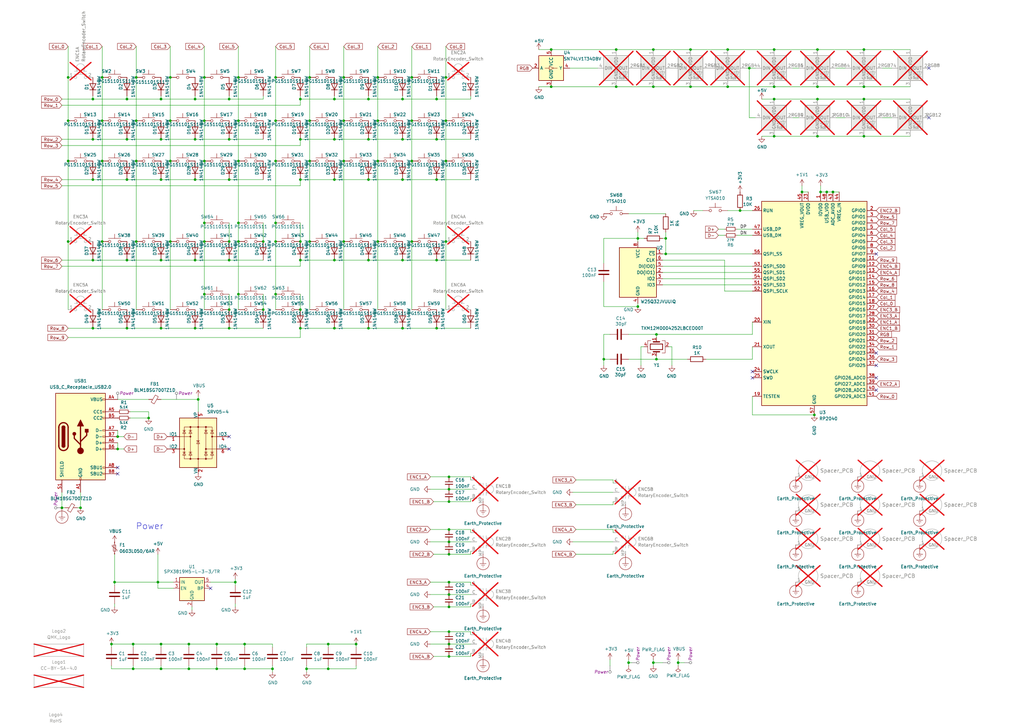
<source format=kicad_sch>
(kicad_sch (version 20250114) (generator "eeschema") (generator_version "9.0")
  (paper "A3")
  (title_block (title "Skinny Chameleon") (date "2025-10-29") (rev "v1.20") (company "Tweety's Wild Thinking") (comment 1 "Markus Knutsson <markus.knutsson@tweety.se>") (comment 2 "https://github.com/TweetyDaBird") (comment 3 "Licensed under Creative Commons BY-SA 4.0 International "))
  (text "Power" (at 55.6814 217.4738 0) (effects (font (size 2.54 2.54)) (justify left bottom)))
  (junction (at 140.97 66.04))
  (junction (at 52.07 57.15))
  (junction (at 123.19 99.06))
  (junction (at 41.91 66.04))
  (junction (at 96.52 238.76))
  (junction (at 80.01 57.15))
  (junction (at 123.19 57.15))
  (junction (at 83.82 91.44))
  (junction (at 123.19 127))
  (junction (at 140.97 49.53))
  (junction (at 273.05 104.14))
  (junction (at 137.16 134.62))
  (junction (at 52.07 134.62))
  (junction (at 100.33 264.16))
  (junction (at 97.79 120.65))
  (junction (at 168.91 99.06))
  (junction (at 45.72 264.16))
  (junction (at 80.01 73.66))
  (junction (at 165.1 73.66))
  (junction (at 41.91 49.53))
  (junction (at 55.88 49.53))
  (junction (at 93.98 106.68))
  (junction (at 25.4 208.28))
  (junction (at 38.1 57.15))
  (junction (at 107.95 127))
  (junction (at 283.21 20.32))
  (junction (at 88.9 274.32))
  (junction (at 267.97 20.32))
  (junction (at 66.04 264.16))
  (junction (at 184.15 238.76))
  (junction (at 154.94 49.53))
  (junction (at 93.98 40.64))
  (junction (at 137.16 73.66))
  (junction (at 113.03 120.65))
  (junction (at 27.94 49.53))
  (junction (at 341.63 78.74))
  (junction (at 66.04 134.62))
  (junction (at 93.98 134.62))
  (junction (at 269.24 147.32))
  (junction (at 52.07 73.66))
  (junction (at 38.1 106.68))
  (junction (at 83.82 49.53))
  (junction (at 46.99 238.76))
  (junction (at 66.04 73.66))
  (junction (at 179.07 106.68))
  (junction (at 307.34 27.94))
  (junction (at 252.73 20.32))
  (junction (at 127 99.06))
  (junction (at 168.91 66.04))
  (junction (at 38.1 73.66))
  (junction (at 113.03 31.75))
  (junction (at 54.61 274.32))
  (junction (at 354.33 20.32))
  (junction (at 83.82 99.06))
  (junction (at 184.15 195.58))
  (junction (at 182.88 66.04))
  (junction (at 38.1 134.62))
  (junction (at 335.28 35.56))
  (junction (at 83.82 120.65))
  (junction (at 93.98 99.06))
  (junction (at 48.26 184.15))
  (junction (at 184.15 205.74))
  (junction (at 80.01 106.68))
  (junction (at 140.97 99.06))
  (junction (at 127 49.53))
  (junction (at 247.65 147.32))
  (junction (at 303.53 86.36))
  (junction (at 134.62 264.16))
  (junction (at 69.85 99.06))
  (junction (at 283.21 35.56))
  (junction (at 88.9 264.16))
  (junction (at 123.19 40.64))
  (junction (at 123.19 134.62))
  (junction (at 93.98 127))
  (junction (at 168.91 31.75))
  (junction (at 54.61 264.16))
  (junction (at 113.03 99.06))
  (junction (at 97.79 49.53))
  (junction (at 179.07 40.64))
  (junction (at 354.33 55.88))
  (junction (at 179.07 73.66))
  (junction (at 97.79 66.04))
  (junction (at 184.15 222.25))
  (junction (at 336.55 78.74))
  (junction (at 273.05 97.79))
  (junction (at 184.15 248.92))
  (junction (at 146.05 264.16))
  (junction (at 66.04 106.68))
  (junction (at 179.07 134.62))
  (junction (at 55.88 31.75))
  (junction (at 184.15 227.33))
  (junction (at 184.15 259.08))
  (junction (at 267.97 271.78))
  (junction (at 182.88 99.06))
  (junction (at 66.04 57.15))
  (junction (at 267.97 35.56))
  (junction (at 339.09 78.74))
  (junction (at 269.24 137.16))
  (junction (at 317.5 55.88))
  (junction (at 184.15 217.17))
  (junction (at 69.85 31.75))
  (junction (at 33.02 208.28))
  (junction (at 317.5 40.64))
  (junction (at 257.81 271.78))
  (junction (at 165.1 40.64))
  (junction (at 41.91 31.75))
  (junction (at 48.26 179.07))
  (junction (at 317.5 35.56))
  (junction (at 182.88 31.75))
  (junction (at 334.01 170.18))
  (junction (at 335.28 20.32))
  (junction (at 151.13 106.68))
  (junction (at 328.93 78.74))
  (junction (at 111.76 274.32))
  (junction (at 113.03 66.04))
  (junction (at 123.19 106.68))
  (junction (at 27.94 99.06))
  (junction (at 60.96 171.45))
  (junction (at 252.73 35.56))
  (junction (at 184.15 264.16))
  (junction (at 151.13 134.62))
  (junction (at 93.98 57.15))
  (junction (at 154.94 66.04))
  (junction (at 226.06 20.32))
  (junction (at 278.13 271.78))
  (junction (at 64.77 238.76))
  (junction (at 137.16 106.68))
  (junction (at 52.07 106.68))
  (junction (at 107.95 99.06))
  (junction (at 354.33 35.56))
  (junction (at 69.85 49.53))
  (junction (at 97.79 91.44))
  (junction (at 113.03 91.44))
  (junction (at 83.82 66.04))
  (junction (at 93.98 73.66))
  (junction (at 38.1 40.64))
  (junction (at 27.94 66.04))
  (junction (at 335.28 40.64))
  (junction (at 226.06 35.56))
  (junction (at 261.62 125.73))
  (junction (at 69.85 66.04))
  (junction (at 354.33 40.64))
  (junction (at 77.47 274.32))
  (junction (at 66.04 40.64))
  (junction (at 97.79 99.06))
  (junction (at 66.04 274.32))
  (junction (at 55.88 66.04))
  (junction (at 154.94 31.75))
  (junction (at 123.19 73.66))
  (junction (at 151.13 73.66))
  (junction (at 140.97 31.75))
  (junction (at 154.94 99.06))
  (junction (at 113.03 49.53))
  (junction (at 184.15 200.66))
  (junction (at 77.47 264.16))
  (junction (at 97.79 31.75))
  (junction (at 298.45 35.56))
  (junction (at 184.15 243.84))
  (junction (at 184.15 269.24))
  (junction (at 168.91 49.53))
  (junction (at 179.07 57.15))
  (junction (at 127 31.75))
  (junction (at 83.82 31.75))
  (junction (at 81.28 163.83))
  (junction (at 134.62 274.32))
  (junction (at 80.01 134.62))
  (junction (at 182.88 49.53))
  (junction (at 261.62 97.79))
  (junction (at 151.13 57.15))
  (junction (at 137.16 57.15))
  (junction (at 165.1 134.62))
  (junction (at 335.28 55.88))
  (junction (at 137.16 40.64))
  (junction (at 151.13 40.64))
  (junction (at 80.01 40.64))
  (junction (at 52.07 40.64))
  (junction (at 317.5 20.32))
  (junction (at 125.73 274.32))
  (junction (at 298.45 20.32))
  (junction (at 41.91 99.06))
  (junction (at 165.1 106.68))
  (junction (at 55.88 99.06))
  (junction (at 27.94 31.75))
  (junction (at 165.1 57.15))
  (junction (at 127 66.04))
  (junction (at 100.33 274.32))
  (no_connect (at 308.61 152.4))
  (no_connect (at 359.41 160.02))
  (no_connect (at 93.98 184.15))
  (no_connect (at 381 48.26))
  (no_connect (at 359.41 149.86))
  (no_connect (at 359.41 144.78))
  (no_connect (at 48.26 194.31))
  (no_connect (at 93.98 179.07))
  (no_connect (at 381 27.94))
  (no_connect (at 359.41 104.14))
  (no_connect (at 359.41 154.94))
  (no_connect (at 308.61 154.94))
  (no_connect (at 48.26 191.77))
  (no_connect (at 86.36 241.3))
  (wire (pts (xy 140.97 19.05) (xy 140.97 31.75)))
  (wire (pts (xy 176.53 264.16) (xy 184.15 264.16)))
  (wire (pts (xy 83.82 19.05) (xy 83.82 31.75)))
  (wire (pts (xy 177.8 248.92) (xy 184.15 248.92)))
  (wire (pts (xy 278.13 273.05) (xy 278.13 271.78)))
  (wire (pts (xy 344.17 78.74) (xy 341.63 78.74)))
  (wire (pts (xy 80.01 106.68) (xy 93.98 106.68)))
  (wire (pts (xy 303.53 86.36) (xy 308.61 86.36)))
  (wire (pts (xy 96.52 237.49) (xy 96.52 238.76)))
  (wire (pts (xy 123.19 39.37) (xy 123.19 40.64)))
  (wire (pts (xy 54.61 273.05) (xy 54.61 274.32)))
  (wire (pts (xy 140.97 99.06) (xy 140.97 127)))
  (wire (pts (xy 247.65 137.16) (xy 247.65 147.32)))
  (wire (pts (xy 302.26 96.52) (xy 308.61 96.52)))
  (wire (pts (xy 25.4 57.15) (xy 38.1 57.15)))
  (wire (pts (xy 27.94 99.06) (xy 27.94 127)))
  (wire (pts (xy 123.19 91.44) (xy 123.19 99.06)))
  (wire (pts (xy 55.88 99.06) (xy 55.88 66.04)))
  (wire (pts (xy 93.98 120.65) (xy 93.98 127)))
  (wire (pts (xy 165.1 73.66) (xy 179.07 73.66)))
  (wire (pts (xy 184.15 269.24) (xy 193.04 269.24)))
  (wire (pts (xy 80.01 134.62) (xy 93.98 134.62)))
  (wire (pts (xy 267.97 20.32) (xy 283.21 20.32)))
  (wire (pts (xy 317.5 20.32) (xy 335.28 20.32)))
  (wire (pts (xy 25.4 73.66) (xy 38.1 73.66)))
  (wire (pts (xy 342.9 48.26) (xy 346.71 48.26)))
  (wire (pts (xy 273.05 104.14) (xy 271.78 104.14)))
  (wire (pts (xy 220.98 35.56) (xy 226.06 35.56)))
  (wire (pts (xy 125.73 274.32) (xy 125.73 275.59)))
  (wire (pts (xy 66.04 265.43) (xy 66.04 264.16)))
  (wire (pts (xy 334.01 170.18) (xy 308.61 170.18)))
  (wire (pts (xy 134.62 273.05) (xy 134.62 274.32)))
  (wire (pts (xy 154.94 19.05) (xy 154.94 31.75)))
  (wire (pts (xy 335.28 40.64) (xy 354.33 40.64)))
  (wire (pts (xy 193.04 195.58) (xy 193.04 196.85)))
  (wire (pts (xy 86.36 238.76) (xy 96.52 238.76)))
  (wire (pts (xy 257.81 137.16) (xy 269.24 137.16)))
  (wire (pts (xy 250.19 147.32) (xy 247.65 147.32)))
  (wire (pts (xy 140.97 49.53) (xy 140.97 31.75)))
  (wire (pts (xy 184.15 248.92) (xy 193.04 248.92)))
  (wire (pts (xy 233.68 27.94) (xy 245.11 27.94)))
  (wire (pts (xy 125.73 264.16) (xy 134.62 264.16)))
  (wire (pts (xy 83.82 49.53) (xy 83.82 31.75)))
  (wire (pts (xy 252.73 20.32) (xy 267.97 20.32)))
  (wire (pts (xy 274.32 142.24) (xy 275.59 142.24)))
  (wire (pts (xy 97.79 99.06) (xy 97.79 120.65)))
  (wire (pts (xy 184.15 217.17) (xy 193.04 217.17)))
  (wire (pts (xy 176.53 259.08) (xy 184.15 259.08)))
  (wire (pts (xy 325.12 48.26) (xy 327.66 48.26)))
  (wire (pts (xy 54.61 264.16) (xy 66.04 264.16)))
  (wire (pts (xy 307.34 48.26) (xy 309.88 48.26)))
  (wire (pts (xy 278.13 271.78) (xy 278.13 270.51)))
  (wire (pts (xy 179.07 39.37) (xy 179.07 40.64)))
  (wire (pts (xy 298.45 20.32) (xy 317.5 20.32)))
  (wire (pts (xy 325.12 27.94) (xy 327.66 27.94)))
  (wire (pts (xy 273.05 95.25) (xy 273.05 97.79)))
  (wire (pts (xy 123.19 134.62) (xy 137.16 134.62)))
  (wire (pts (xy 88.9 274.32) (xy 77.47 274.32)))
  (wire (pts (xy 354.33 55.88) (xy 373.38 55.88)))
  (wire (pts (xy 168.91 19.05) (xy 168.91 31.75)))
  (wire (pts (xy 151.13 73.66) (xy 165.1 73.66)))
  (wire (pts (xy 25.4 208.28) (xy 25.4 201.93)))
  (wire (pts (xy 294.64 96.52) (xy 297.18 96.52)))
  (wire (pts (xy 66.04 163.83) (xy 81.28 163.83)))
  (wire (pts (xy 288.29 86.36) (xy 284.48 86.36)))
  (wire (pts (xy 307.34 48.26) (xy 307.34 27.94)))
  (wire (pts (xy 97.79 19.05) (xy 97.79 31.75)))
  (wire (pts (xy 341.63 78.74) (xy 339.09 78.74)))
  (wire (pts (xy 154.94 66.04) (xy 154.94 49.53)))
  (wire (pts (xy 182.88 66.04) (xy 182.88 99.06)))
  (wire (pts (xy 298.45 35.56) (xy 317.5 35.56)))
  (wire (pts (xy 69.85 66.04) (xy 69.85 49.53)))
  (wire (pts (xy 271.78 111.76) (xy 308.61 111.76)))
  (wire (pts (xy 177.8 269.24) (xy 184.15 269.24)))
  (wire (pts (xy 151.13 134.62) (xy 165.1 134.62)))
  (wire (pts (xy 52.07 57.15) (xy 66.04 57.15)))
  (wire (pts (xy 307.34 27.94) (xy 309.88 27.94)))
  (wire (pts (xy 45.72 274.32) (xy 54.61 274.32)))
  (wire (pts (xy 100.33 264.16) (xy 111.76 264.16)))
  (wire (pts (xy 289.56 147.32) (xy 308.61 147.32)))
  (wire (pts (xy 93.98 57.15) (xy 107.95 57.15)))
  (wire (pts (xy 27.94 31.75) (xy 27.94 49.53)))
  (wire (pts (xy 55.88 19.05) (xy 55.88 31.75)))
  (wire (pts (xy 339.09 78.74) (xy 336.55 78.74)))
  (wire (pts (xy 234.95 201.93) (xy 251.46 201.93)))
  (wire (pts (xy 361.95 48.26) (xy 365.76 48.26)))
  (wire (pts (xy 123.19 59.69) (xy 123.19 57.15)))
  (wire (pts (xy 236.22 196.85) (xy 251.46 196.85)))
  (wire (pts (xy 97.79 120.65) (xy 97.79 127)))
  (wire (pts (xy 93.98 73.66) (xy 107.95 73.66)))
  (wire (pts (xy 257.81 87.63) (xy 273.05 87.63)))
  (wire (pts (xy 71.12 241.3) (xy 64.77 241.3)))
  (wire (pts (xy 193.04 205.74) (xy 193.04 204.47)))
  (wire (pts (xy 184.15 243.84) (xy 193.04 243.84)))
  (wire (pts (xy 176.53 222.25) (xy 184.15 222.25)))
  (wire (pts (xy 123.19 76.2) (xy 123.19 73.66)))
  (wire (pts (xy 182.88 66.04) (xy 182.88 49.53)))
  (wire (pts (xy 317.5 40.64) (xy 335.28 40.64)))
  (wire (pts (xy 52.07 134.62) (xy 66.04 134.62)))
  (wire (pts (xy 25.4 76.2) (xy 123.19 76.2)))
  (wire (pts (xy 168.91 99.06) (xy 168.91 127)))
  (wire (pts (xy 261.62 124.46) (xy 261.62 125.73)))
  (wire (pts (xy 273.05 104.14) (xy 308.61 104.14)))
  (wire (pts (xy 176.53 243.84) (xy 184.15 243.84)))
  (wire (pts (xy 257.81 270.51) (xy 257.81 271.78)))
  (wire (pts (xy 107.95 39.37) (xy 107.95 40.64)))
  (wire (pts (xy 54.61 265.43) (xy 54.61 264.16)))
  (wire (pts (xy 113.03 91.44) (xy 113.03 66.04)))
  (wire (pts (xy 267.97 271.78) (xy 271.78 271.78)))
  (wire (pts (xy 302.26 93.98) (xy 308.61 93.98)))
  (wire (pts (xy 176.53 200.66) (xy 184.15 200.66)))
  (wire (pts (xy 113.03 99.06) (xy 113.03 120.65)))
  (wire (pts (xy 66.04 273.05) (xy 66.04 274.32)))
  (wire (pts (xy 88.9 264.16) (xy 100.33 264.16)))
  (wire (pts (xy 184.15 195.58) (xy 193.04 195.58)))
  (wire (pts (xy 80.01 40.64) (xy 93.98 40.64)))
  (wire (pts (xy 123.19 73.66) (xy 137.16 73.66)))
  (wire (pts (xy 151.13 57.15) (xy 165.1 57.15)))
  (wire (pts (xy 77.47 265.43) (xy 77.47 264.16)))
  (wire (pts (xy 64.77 227.33) (xy 64.77 238.76)))
  (wire (pts (xy 342.9 27.94) (xy 346.71 27.94)))
  (wire (pts (xy 52.07 106.68) (xy 66.04 106.68)))
  (wire (pts (xy 251.46 217.17) (xy 251.46 218.44)))
  (wire (pts (xy 66.04 106.68) (xy 80.01 106.68)))
  (wire (pts (xy 151.13 106.68) (xy 165.1 106.68)))
  (wire (pts (xy 123.19 109.22) (xy 123.19 106.68)))
  (wire (pts (xy 80.01 73.66) (xy 93.98 73.66)))
  (wire (pts (xy 46.99 227.33) (xy 46.99 238.76)))
  (wire (pts (xy 53.34 171.45) (xy 60.96 171.45)))
  (wire (pts (xy 154.94 99.06) (xy 154.94 66.04)))
  (wire (pts (xy 52.07 40.64) (xy 38.1 40.64)))
  (wire (pts (xy 27.94 49.53) (xy 27.94 66.04)))
  (wire (pts (xy 31.75 208.28) (xy 33.02 208.28)))
  (wire (pts (xy 123.19 57.15) (xy 137.16 57.15)))
  (wire (pts (xy 283.21 20.32) (xy 298.45 20.32)))
  (wire (pts (xy 125.73 274.32) (xy 134.62 274.32)))
  (wire (pts (xy 146.05 264.16) (xy 146.05 265.43)))
  (wire (pts (xy 60.96 163.83) (xy 48.26 163.83)))
  (wire (pts (xy 193.04 39.37) (xy 193.04 40.64)))
  (wire (pts (xy 261.62 95.25) (xy 261.62 97.79)))
  (wire (pts (xy 361.95 27.94) (xy 365.76 27.94)))
  (wire (pts (xy 113.03 66.04) (xy 113.03 49.53)))
  (wire (pts (xy 125.73 273.05) (xy 125.73 274.32)))
  (wire (pts (xy 77.47 274.32) (xy 66.04 274.32)))
  (wire (pts (xy 55.88 99.06) (xy 55.88 127)))
  (wire (pts (xy 273.05 97.79) (xy 273.05 104.14)))
  (wire (pts (xy 252.73 35.56) (xy 267.97 35.56)))
  (wire (pts (xy 262.89 142.24) (xy 262.89 149.86)))
  (wire (pts (xy 134.62 274.32) (xy 146.05 274.32)))
  (wire (pts (xy 177.8 227.33) (xy 184.15 227.33)))
  (wire (pts (xy 335.28 35.56) (xy 354.33 35.56)))
  (wire (pts (xy 41.91 99.06) (xy 41.91 66.04)))
  (wire (pts (xy 297.18 106.68) (xy 297.18 119.38)))
  (wire (pts (xy 226.06 20.32) (xy 252.73 20.32)))
  (wire (pts (xy 184.15 205.74) (xy 193.04 205.74)))
  (wire (pts (xy 184.15 238.76) (xy 193.04 238.76)))
  (wire (pts (xy 137.16 39.37) (xy 137.16 40.64)))
  (wire (pts (xy 308.61 147.32) (xy 308.61 142.24)))
  (wire (pts (xy 41.91 49.53) (xy 41.91 31.75)))
  (wire (pts (xy 66.04 134.62) (xy 80.01 134.62)))
  (wire (pts (xy 354.33 20.32) (xy 373.38 20.32)))
  (wire (pts (xy 25.4 109.22) (xy 123.19 109.22)))
  (wire (pts (xy 97.79 49.53) (xy 97.79 31.75)))
  (wire (pts (xy 247.65 107.95) (xy 247.65 97.79)))
  (wire (pts (xy 45.72 273.05) (xy 45.72 274.32)))
  (wire (pts (xy 25.4 40.64) (xy 38.1 40.64)))
  (wire (pts (xy 226.06 35.56) (xy 252.73 35.56)))
  (wire (pts (xy 93.98 40.64) (xy 107.95 40.64)))
  (wire (pts (xy 41.91 19.05) (xy 41.91 31.75)))
  (wire (pts (xy 66.04 40.64) (xy 52.07 40.64)))
  (wire (pts (xy 267.97 35.56) (xy 283.21 35.56)))
  (wire (pts (xy 45.72 264.16) (xy 45.72 265.43)))
  (wire (pts (xy 80.01 57.15) (xy 93.98 57.15)))
  (wire (pts (xy 179.07 40.64) (xy 193.04 40.64)))
  (wire (pts (xy 69.85 19.05) (xy 69.85 31.75)))
  (wire (pts (xy 335.28 55.88) (xy 354.33 55.88)))
  (wire (pts (xy 165.1 40.64) (xy 179.07 40.64)))
  (wire (pts (xy 251.46 227.33) (xy 251.46 226.06)))
  (wire (pts (xy 100.33 274.32) (xy 88.9 274.32)))
  (wire (pts (xy 236.22 227.33) (xy 251.46 227.33)))
  (wire (pts (xy 312.42 40.64) (xy 317.5 40.64)))
  (wire (pts (xy 83.82 127) (xy 83.82 120.65)))
  (wire (pts (xy 234.95 222.25) (xy 251.46 222.25)))
  (wire (pts (xy 46.99 247.65) (xy 46.99 248.92)))
  (wire (pts (xy 93.98 106.68) (xy 107.95 106.68)))
  (wire (pts (xy 354.33 35.56) (xy 373.38 35.56)))
  (wire (pts (xy 25.4 59.69) (xy 123.19 59.69)))
  (wire (pts (xy 257.81 271.78) (xy 257.81 273.05)))
  (wire (pts (xy 123.19 106.68) (xy 137.16 106.68)))
  (wire (pts (xy 134.62 264.16) (xy 146.05 264.16)))
  (wire (pts (xy 165.1 134.62) (xy 179.07 134.62)))
  (wire (pts (xy 27.94 66.04) (xy 27.94 99.06)))
  (wire (pts (xy 69.85 49.53) (xy 69.85 31.75)))
  (wire (pts (xy 97.79 99.06) (xy 97.79 91.44)))
  (wire (pts (xy 184.15 259.08) (xy 193.04 259.08)))
  (wire (pts (xy 64.77 241.3) (xy 64.77 238.76)))
  (wire (pts (xy 179.07 106.68) (xy 193.04 106.68)))
  (wire (pts (xy 165.1 106.68) (xy 179.07 106.68)))
  (wire (pts (xy 69.85 99.06) (xy 69.85 127)))
  (wire (pts (xy 271.78 109.22) (xy 308.61 109.22)))
  (wire (pts (xy 64.77 238.76) (xy 71.12 238.76)))
  (wire (pts (xy 25.4 106.68) (xy 38.1 106.68)))
  (wire (pts (xy 127 49.53) (xy 127 31.75)))
  (wire (pts (xy 38.1 134.62) (xy 52.07 134.62)))
  (wire (pts (xy 336.55 76.2) (xy 336.55 78.74)))
  (wire (pts (xy 25.4 208.28) (xy 26.67 208.28)))
  (wire (pts (xy 236.22 207.01) (xy 251.46 207.01)))
  (wire (pts (xy 251.46 196.85) (xy 251.46 198.12)))
  (wire (pts (xy 247.65 125.73) (xy 261.62 125.73)))
  (wire (pts (xy 294.64 93.98) (xy 297.18 93.98)))
  (wire (pts (xy 317.5 55.88) (xy 335.28 55.88)))
  (wire (pts (xy 137.16 106.68) (xy 151.13 106.68)))
  (wire (pts (xy 83.82 91.44) (xy 83.82 66.04)))
  (wire (pts (xy 77.47 273.05) (xy 77.47 274.32)))
  (wire (pts (xy 83.82 99.06) (xy 83.82 91.44)))
  (wire (pts (xy 257.81 271.78) (xy 259.08 271.78)))
  (wire (pts (xy 328.93 76.2) (xy 328.93 78.74)))
  (wire (pts (xy 25.4 43.18) (xy 123.19 43.18)))
  (wire (pts (xy 48.26 179.07) (xy 50.8 179.07)))
  (wire (pts (xy 38.1 73.66) (xy 52.07 73.66)))
  (wire (pts (xy 81.28 168.91) (xy 81.28 163.83)))
  (wire (pts (xy 48.26 181.61) (xy 48.26 184.15)))
  (wire (pts (xy 81.28 162.56) (xy 81.28 163.83)))
  (wire (pts (xy 328.93 78.74) (xy 331.47 78.74)))
  (wire (pts (xy 269.24 146.05) (xy 269.24 147.32)))
  (wire (pts (xy 93.98 134.62) (xy 107.95 134.62)))
  (wire (pts (xy 177.8 205.74) (xy 184.15 205.74)))
  (wire (pts (xy 123.19 43.18) (xy 123.19 40.64)))
  (wire (pts (xy 80.01 39.37) (xy 80.01 40.64)))
  (wire (pts (xy 278.13 271.78) (xy 280.67 271.78)))
  (wire (pts (xy 312.42 55.88) (xy 317.5 55.88)))
  (wire (pts (xy 179.07 73.66) (xy 193.04 73.66)))
  (wire (pts (xy 168.91 66.04) (xy 168.91 49.53)))
  (wire (pts (xy 53.34 168.91) (xy 60.96 168.91)))
  (wire (pts (xy 146.05 274.32) (xy 146.05 273.05)))
  (wire (pts (xy 48.26 176.53) (xy 48.26 179.07)))
  (wire (pts (xy 77.47 264.16) (xy 88.9 264.16)))
  (wire (pts (xy 247.65 147.32) (xy 247.65 149.86)))
  (wire (pts (xy 93.98 91.44) (xy 93.98 99.06)))
  (wire (pts (xy 261.62 97.79) (xy 261.62 99.06)))
  (wire (pts (xy 107.95 91.44) (xy 107.95 99.06)))
  (wire (pts (xy 52.07 73.66) (xy 66.04 73.66)))
  (wire (pts (xy 137.16 57.15) (xy 151.13 57.15)))
  (wire (pts (xy 38.1 57.15) (xy 52.07 57.15)))
  (wire (pts (xy 83.82 99.06) (xy 83.82 120.65)))
  (wire (pts (xy 83.82 66.04) (xy 83.82 49.53)))
  (wire (pts (xy 151.13 39.37) (xy 151.13 40.64)))
  (wire (pts (xy 69.85 99.06) (xy 69.85 66.04)))
  (wire (pts (xy 247.65 97.79) (xy 261.62 97.79)))
  (wire (pts (xy 267.97 271.78) (xy 267.97 273.05)))
  (wire (pts (xy 257.81 147.32) (xy 269.24 147.32)))
  (wire (pts (xy 41.91 66.04) (xy 41.91 49.53)))
  (wire (pts (xy 41.91 99.06) (xy 41.91 127)))
  (wire (pts (xy 55.88 49.53) (xy 55.88 31.75)))
  (wire (pts (xy 151.13 40.64) (xy 165.1 40.64)))
  (wire (pts (xy 48.26 184.15) (xy 50.8 184.15)))
  (wire (pts (xy 111.76 265.43) (xy 111.76 264.16)))
  (wire (pts (xy 306.07 27.94) (xy 307.34 27.94)))
  (wire (pts (xy 140.97 99.06) (xy 140.97 66.04)))
  (wire (pts (xy 193.04 248.92) (xy 193.04 247.65)))
  (wire (pts (xy 220.98 20.32) (xy 226.06 20.32)))
  (wire (pts (xy 179.07 57.15) (xy 193.04 57.15)))
  (wire (pts (xy 176.53 217.17) (xy 184.15 217.17)))
  (wire (pts (xy 111.76 273.05) (xy 111.76 274.32)))
  (wire (pts (xy 271.78 116.84) (xy 308.61 116.84)))
  (wire (pts (xy 354.33 40.64) (xy 373.38 40.64)))
  (wire (pts (xy 88.9 273.05) (xy 88.9 274.32)))
  (wire (pts (xy 137.16 73.66) (xy 151.13 73.66)))
  (wire (pts (xy 317.5 35.56) (xy 335.28 35.56)))
  (wire (pts (xy 125.73 265.43) (xy 125.73 264.16)))
  (wire (pts (xy 165.1 57.15) (xy 179.07 57.15)))
  (wire (pts (xy 137.16 134.62) (xy 151.13 134.62)))
  (wire (pts (xy 182.88 19.05) (xy 182.88 31.75)))
  (wire (pts (xy 33.02 208.28) (xy 33.02 201.93)))
  (wire (pts (xy 247.65 125.73) (xy 247.65 115.57)))
  (wire (pts (xy 251.46 207.01) (xy 251.46 205.74)))
  (wire (pts (xy 66.04 274.32) (xy 54.61 274.32)))
  (wire (pts (xy 88.9 265.43) (xy 88.9 264.16)))
  (wire (pts (xy 168.91 49.53) (xy 168.91 31.75)))
  (wire (pts (xy 271.78 114.3) (xy 308.61 114.3)))
  (wire (pts (xy 308.61 137.16) (xy 308.61 132.08)))
  (wire (pts (xy 100.33 274.32) (xy 111.76 274.32)))
  (wire (pts (xy 298.45 86.36) (xy 303.53 86.36)))
  (wire (pts (xy 275.59 142.24) (xy 275.59 149.86)))
  (wire (pts (xy 60.96 168.91) (xy 60.96 171.45)))
  (wire (pts (xy 66.04 73.66) (xy 80.01 73.66)))
  (wire (pts (xy 137.16 40.64) (xy 151.13 40.64)))
  (wire (pts (xy 45.72 264.16) (xy 54.61 264.16)))
  (wire (pts (xy 308.61 170.18) (xy 308.61 162.56)))
  (wire (pts (xy 93.98 39.37) (xy 93.98 40.64)))
  (wire (pts (xy 184.15 264.16) (xy 193.04 264.16)))
  (wire (pts (xy 267.97 270.51) (xy 267.97 271.78)))
  (wire (pts (xy 96.52 238.76) (xy 96.52 240.03)))
  (wire (pts (xy 66.04 57.15) (xy 80.01 57.15)))
  (wire (pts (xy 127 19.05) (xy 127 31.75)))
  (wire (pts (xy 297.18 119.38) (xy 308.61 119.38)))
  (wire (pts (xy 78.74 248.92) (xy 78.74 250.19)))
  (wire (pts (xy 27.94 134.62) (xy 38.1 134.62)))
  (wire (pts (xy 271.78 106.68) (xy 297.18 106.68)))
  (wire (pts (xy 193.04 238.76) (xy 193.04 240.03)))
  (wire (pts (xy 66.04 39.37) (xy 66.04 40.64)))
  (wire (pts (xy 127 66.04) (xy 127 49.53)))
  (wire (pts (xy 66.04 264.16) (xy 77.47 264.16)))
  (wire (pts (xy 66.04 40.64) (xy 80.01 40.64)))
  (wire (pts (xy 97.79 91.44) (xy 97.79 66.04)))
  (wire (pts (xy 182.88 31.75) (xy 182.88 49.53)))
  (wire (pts (xy 154.94 99.06) (xy 154.94 127)))
  (wire (pts (xy 46.99 238.76) (xy 64.77 238.76)))
  (wire (pts (xy 96.52 247.65) (xy 96.52 248.92)))
  (wire (pts (xy 193.04 269.24) (xy 193.04 267.97)))
  (wire (pts (xy 184.15 227.33) (xy 193.04 227.33)))
  (wire (pts (xy 264.16 142.24) (xy 262.89 142.24)))
  (wire (pts (xy 335.28 20.32) (xy 354.33 20.32)))
  (wire (pts (xy 269.24 137.16) (xy 308.61 137.16)))
  (wire (pts (xy 134.62 265.43) (xy 134.62 264.16)))
  (wire (pts (xy 264.16 97.79) (xy 261.62 97.79)))
  (wire (pts (xy 123.19 120.65) (xy 123.19 127)))
  (wire (pts (xy 111.76 274.32) (xy 111.76 275.59)))
  (wire (pts (xy 100.33 273.05) (xy 100.33 274.32)))
  (wire (pts (xy 283.21 35.56) (xy 298.45 35.56)))
  (wire (pts (xy 236.22 217.17) (xy 251.46 217.17)))
  (wire (pts (xy 269.24 147.32) (xy 281.94 147.32)))
  (wire (pts (xy 55.88 66.04) (xy 55.88 49.53)))
  (wire (pts (xy 269.24 138.43) (xy 269.24 137.16)))
  (wire (pts (xy 250.19 137.16) (xy 247.65 137.16)))
  (wire (pts (xy 38.1 106.68) (xy 52.07 106.68)))
  (wire (pts (xy 113.03 49.53) (xy 113.03 31.75)))
  (wire (pts (xy 154.94 49.53) (xy 154.94 31.75)))
  (wire (pts (xy 168.91 99.06) (xy 168.91 66.04)))
  (wire (pts (xy 127 99.06) (xy 127 66.04)))
  (wire (pts (xy 184.15 222.25) (xy 193.04 222.25)))
  (wire (pts (xy 27.94 19.05) (xy 27.94 31.75)))
  (wire (pts (xy 179.07 134.62) (xy 193.04 134.62)))
  (wire (pts (xy 140.97 66.04) (xy 140.97 49.53)))
  (wire (pts (xy 184.15 200.66) (xy 193.04 200.66)))
  (wire (pts (xy 46.99 240.03) (xy 46.99 238.76)))
  (wire (pts (xy 113.03 99.06) (xy 113.03 91.44)))
  (wire (pts (xy 193.04 217.17) (xy 193.04 218.44)))
  (wire (pts (xy 193.04 227.33) (xy 193.04 226.06)))
  (wire (pts (xy 38.1 39.37) (xy 38.1 40.64)))
  (wire (pts (xy 123.19 40.64) (xy 137.16 40.64)))
  (wire (pts (xy 27.94 138.43) (xy 123.19 138.43)))
  (wire (pts (xy 52.07 39.37) (xy 52.07 40.64)))
  (wire (pts (xy 250.19 270.51) (xy 250.19 273.05)))
  (wire (pts (xy 182.88 99.06) (xy 182.88 127)))
  (wire (pts (xy 107.95 120.65) (xy 107.95 127)))
  (wire (pts (xy 100.33 265.43) (xy 100.33 264.16)))
  (wire (pts (xy 176.53 238.76) (xy 184.15 238.76)))
  (wire (pts (xy 97.79 66.04) (xy 97.79 49.53)))
  (wire (pts (xy 193.04 259.08) (xy 193.04 260.35)))
  (wire (pts (xy 113.03 127) (xy 113.03 120.65)))
  (wire (pts (xy 165.1 39.37) (xy 165.1 40.64)))
  (wire (pts (xy 176.53 195.58) (xy 184.15 195.58)))
  (wire (pts (xy 123.19 138.43) (xy 123.19 134.62)))
  (wire (pts (xy 273.05 97.79) (xy 271.78 97.79)))
  (wire (pts (xy 127 99.06) (xy 127 127)))
  (wire (pts (xy 113.03 19.05) (xy 113.03 31.75)))
  (label "DP" (at 303.53 93.98 0))
  (label "DN" (at 303.53 96.52 0))
  (global_label "Col_3" (shape input) (at 140.97 19.05 0) (property "Intersheetrefs" "${INTERSHEET_REFS}" (effects (hide yes))))
  (global_label "ENC3_A" (shape input) (at 176.53 238.76 180) (property "Intersheetrefs" "${INTERSHEET_REFS}" (effects (hide yes))))
  (global_label "ENC4_B" (shape input) (at 236.22 227.33 180) (property "Intersheetrefs" "${INTERSHEET_REFS}" (effects (hide yes))))
  (global_label "Row_0" (shape input) (at 25.4 40.64 180) (property "Intersheetrefs" "${INTERSHEET_REFS}" (effects (hide yes))))
  (global_label "Col_2" (shape input) (at 55.88 19.05 180) (property "Intersheetrefs" "${INTERSHEET_REFS}" (effects (hide yes))))
  (global_label "ENC4_B" (shape input) (at 359.41 109.22 0) (property "Intersheetrefs" "${INTERSHEET_REFS}" (effects (hide yes))))
  (global_label "Row_0" (shape input) (at 359.41 162.56 0) (property "Intersheetrefs" "${INTERSHEET_REFS}" (effects (hide yes))))
  (global_label "Col_0" (shape input) (at 27.94 19.05 180) (property "Intersheetrefs" "${INTERSHEET_REFS}" (effects (hide yes))))
  (global_label "ENC3_B" (shape input) (at 236.22 207.01 180) (property "Intersheetrefs" "${INTERSHEET_REFS}" (effects (hide yes))))
  (global_label "ENC3_B" (shape input) (at 359.41 127 0) (property "Intersheetrefs" "${INTERSHEET_REFS}" (effects (hide yes))))
  (global_label "Col_2" (shape input) (at 154.94 19.05 0) (property "Intersheetrefs" "${INTERSHEET_REFS}" (effects (hide yes))))
  (global_label "Col_0" (shape input) (at 182.88 19.05 0) (property "Intersheetrefs" "${INTERSHEET_REFS}" (effects (hide yes))))
  (global_label "D+" (shape input) (at 294.64 93.98 180) (property "Intersheetrefs" "${INTERSHEET_REFS}" (effects (hide yes))))
  (global_label "Row_8" (shape input) (at 27.94 134.62 180) (property "Intersheetrefs" "${INTERSHEET_REFS}" (effects (hide yes))))
  (global_label "D-" (shape input) (at 50.8 179.07 0) (property "Intersheetrefs" "${INTERSHEET_REFS}" (effects (hide yes))))
  (global_label "Row_4" (shape input) (at 25.4 73.66 180) (property "Intersheetrefs" "${INTERSHEET_REFS}" (effects (hide yes))))
  (global_label "Row_9" (shape input) (at 27.94 138.43 180) (property "Intersheetrefs" "${INTERSHEET_REFS}" (effects (hide yes))))
  (global_label "Col_5" (shape input) (at 113.03 19.05 0) (property "Intersheetrefs" "${INTERSHEET_REFS}" (effects (hide yes))))
  (global_label "ENC2_A" (shape input) (at 359.41 157.48 0) (property "Intersheetrefs" "${INTERSHEET_REFS}" (effects (hide yes))))
  (global_label "Row_1" (shape input) (at 359.41 142.24 0) (property "Intersheetrefs" "${INTERSHEET_REFS}" (effects (hide yes))))
  (global_label "ENC3_B" (shape input) (at 177.8 248.92 180) (property "Intersheetrefs" "${INTERSHEET_REFS}" (effects (hide yes))))
  (global_label "ENC1_B" (shape input) (at 359.41 134.62 0) (property "Intersheetrefs" "${INTERSHEET_REFS}" (effects (hide yes))))
  (global_label "ENC1_A" (shape input) (at 359.41 132.08 0) (property "Intersheetrefs" "${INTERSHEET_REFS}" (effects (hide yes))))
  (global_label "D+" (shape input) (at 68.58 179.07 180) (property "Intersheetrefs" "${INTERSHEET_REFS}" (effects (hide yes))))
  (global_label "Row_6" (shape input) (at 25.4 106.68 180) (property "Intersheetrefs" "${INTERSHEET_REFS}" (effects (hide yes))))
  (global_label "RGB" (shape input) (at 218.44 27.94 180) (property "Intersheetrefs" "${INTERSHEET_REFS}" (effects (hide yes))))
  (global_label "Row_7" (shape input) (at 25.4 109.22 180) (property "Intersheetrefs" "${INTERSHEET_REFS}" (effects (hide yes))))
  (global_label "D+" (shape input) (at 50.8 184.15 0) (property "Intersheetrefs" "${INTERSHEET_REFS}" (effects (hide yes))))
  (global_label "Col_4" (shape input) (at 83.82 19.05 180) (property "Intersheetrefs" "${INTERSHEET_REFS}" (effects (hide yes))))
  (global_label "D-" (shape input) (at 294.64 96.52 180) (property "Intersheetrefs" "${INTERSHEET_REFS}" (effects (hide yes))))
  (global_label "Col_3" (shape input) (at 69.85 19.05 180) (property "Intersheetrefs" "${INTERSHEET_REFS}" (effects (hide yes))))
  (global_label "Row_2" (shape input) (at 25.4 57.15 180) (property "Intersheetrefs" "${INTERSHEET_REFS}" (effects (hide yes))))
  (global_label "ENC4_B" (shape input) (at 177.8 269.24 180) (property "Intersheetrefs" "${INTERSHEET_REFS}" (effects (hide yes))))
  (global_label "Row_5" (shape input) (at 25.4 76.2 180) (property "Intersheetrefs" "${INTERSHEET_REFS}" (effects (hide yes))))
  (global_label "D-" (shape input) (at 68.58 184.15 180) (property "Intersheetrefs" "${INTERSHEET_REFS}" (effects (hide yes))))
  (global_label "ENC2_B" (shape input) (at 177.8 227.33 180) (property "Intersheetrefs" "${INTERSHEET_REFS}" (effects (hide yes))))
  (global_label "ENC4_A" (shape input) (at 359.41 111.76 0) (property "Intersheetrefs" "${INTERSHEET_REFS}" (effects (hide yes))))
  (global_label "Row_2" (shape input) (at 359.41 139.7 0) (property "Intersheetrefs" "${INTERSHEET_REFS}" (effects (hide yes))))
  (global_label "Row_8" (shape input) (at 359.41 116.84 0) (property "Intersheetrefs" "${INTERSHEET_REFS}" (effects (hide yes))))
  (global_label "Row_6" (shape input) (at 359.41 114.3 0) (property "Intersheetrefs" "${INTERSHEET_REFS}" (effects (hide yes))))
  (global_label "Col_4" (shape input) (at 127 19.05 0) (property "Intersheetrefs" "${INTERSHEET_REFS}" (effects (hide yes))))
  (global_label "Row_7" (shape input) (at 359.41 91.44 0) (property "Intersheetrefs" "${INTERSHEET_REFS}" (effects (hide yes))))
  (global_label "ENC2_A" (shape input) (at 176.53 217.17 180) (property "Intersheetrefs" "${INTERSHEET_REFS}" (effects (hide yes))))
  (global_label "ENC3_A" (shape input) (at 359.41 129.54 0) (property "Intersheetrefs" "${INTERSHEET_REFS}" (effects (hide yes))))
  (global_label "Col_0" (shape input) (at 359.41 124.46 0) (property "Intersheetrefs" "${INTERSHEET_REFS}" (effects (hide yes))))
  (global_label "Col_4" (shape input) (at 359.41 96.52 0) (property "Intersheetrefs" "${INTERSHEET_REFS}" (effects (hide yes))))
  (global_label "Row_3" (shape input) (at 359.41 147.32 0) (property "Intersheetrefs" "${INTERSHEET_REFS}" (effects (hide yes))))
  (global_label "Col_5" (shape input) (at 359.41 93.98 0) (property "Intersheetrefs" "${INTERSHEET_REFS}" (effects (hide yes))))
  (global_label "Row_4" (shape input) (at 359.41 119.38 0) (property "Intersheetrefs" "${INTERSHEET_REFS}" (effects (hide yes))))
  (global_label "ENC2_B" (shape input) (at 359.41 86.36 0) (property "Intersheetrefs" "${INTERSHEET_REFS}" (effects (hide yes))))
  (global_label "ENC4_A" (shape input) (at 236.22 217.17 180) (property "Intersheetrefs" "${INTERSHEET_REFS}" (effects (hide yes))))
  (global_label "Row_5" (shape input) (at 359.41 88.9 0) (property "Intersheetrefs" "${INTERSHEET_REFS}" (effects (hide yes))))
  (global_label "ENC1_A" (shape input) (at 176.53 195.58 180) (property "Intersheetrefs" "${INTERSHEET_REFS}" (effects (hide yes))))
  (global_label "Row_9" (shape input) (at 359.41 106.68 0) (property "Intersheetrefs" "${INTERSHEET_REFS}" (effects (hide yes))))
  (global_label "ENC3_A" (shape input) (at 236.22 196.85 180) (property "Intersheetrefs" "${INTERSHEET_REFS}" (effects (hide yes))))
  (global_label "ENC4_A" (shape input) (at 176.53 259.08 180) (property "Intersheetrefs" "${INTERSHEET_REFS}" (effects (hide yes))))
  (global_label "Col_5" (shape input) (at 97.79 19.05 180) (property "Intersheetrefs" "${INTERSHEET_REFS}" (effects (hide yes))))
  (global_label "RGB" (shape input) (at 359.41 137.16 0) (property "Intersheetrefs" "${INTERSHEET_REFS}" (effects (hide yes))))
  (global_label "Col_1" (shape input) (at 41.91 19.05 180) (property "Intersheetrefs" "${INTERSHEET_REFS}" (effects (hide yes))))
  (global_label "Col_2" (shape input) (at 359.41 101.6 0) (property "Intersheetrefs" "${INTERSHEET_REFS}" (effects (hide yes))))
  (global_label "Col_1" (shape input) (at 359.41 121.92 0) (property "Intersheetrefs" "${INTERSHEET_REFS}" (effects (hide yes))))
  (global_label "Row_3" (shape input) (at 25.4 59.69 180) (property "Intersheetrefs" "${INTERSHEET_REFS}" (effects (hide yes))))
  (global_label "Col_3" (shape input) (at 359.41 99.06 0) (property "Intersheetrefs" "${INTERSHEET_REFS}" (effects (hide yes))))
  (global_label "Row_1" (shape input) (at 25.4 43.18 180) (property "Intersheetrefs" "${INTERSHEET_REFS}" (effects (hide yes))))
  (global_label "Col_1" (shape input) (at 168.91 19.05 0) (property "Intersheetrefs" "${INTERSHEET_REFS}" (effects (hide yes))))
  (global_label "ENC1_B" (shape input) (at 177.8 205.74 180) (property "Intersheetrefs" "${INTERSHEET_REFS}" (effects (hide yes))))
  (netclass_flag "" (length 2.54) (shape round) (at 72.39 163.83 0) (property "Netclass" "Power" (at 73.0885 161.29 0) (effects (font (italic yes)) (justify left))))
  (netclass_flag "" (length 2.54) (shape round) (at 250.19 273.05 180) (property "Netclass" "Power" (at 249.4915 275.59 0) (effects (font (italic yes)) (justify right))))
  (netclass_flag "" (length 2.54) (shape round) (at 280.67 271.78 270) (property "Netclass" "Power" (at 283.21 271.0815 90) (effects (font (italic yes)) (justify left))))
  (netclass_flag "" (length 2.54) (shape round) (at 259.08 271.78 270) (property "Netclass" "Power" (at 261.62 271.0815 90) (effects (font (italic yes)) (justify left))))
  (netclass_flag "" (length 2.54) (shape round) (at 48.26 163.83 0) (property "Netclass" "Power" (at 48.9585 161.29 0) (effects (font (italic yes)) (justify left))))
  (netclass_flag "" (length 2.54) (shape round) (at 25.4 208.28 90) (property "Netclass" "Power" (at 22.86 207.5815 90) (effects (font (italic yes)) (justify left))))
  (netclass_flag "" (length 2.54) (shape round) (at 271.78 271.78 270) (property "Netclass" "Power" (at 274.32 271.0815 90) (effects (font (italic yes)) (justify left))))
  (symbol (lib_name "Earth_Protective_1") (lib_id "power:Earth_Protective") (at 198.12 269.24 0) (unit 1)
    (property "Reference" "#PWR040" (effects (hide yes)))
    (property "Value" "Earth_Protective" (at 198.12 278.13 0))
    (property "Description" "Power symbol creates a global label with name \"Earth_Protective\"" (effects (hide yes)))
  )
  (symbol (lib_id "Device:C") (at 45.72 269.24 0) (unit 1)
    (property "Reference" "C1" (at 48.641 268.0716 0) (effects (justify left)))
    (property "Value" "1uF" (at 48.641 270.383 0) (effects (justify left)))
    (property "Footprint" "Capacitor_SMD:C_0402_1005Metric" (effects (hide yes)))
    (property "LCSC Part #" "C52923" (effects (hide yes)))
  )
  (symbol (lib_id "Keyboard Common:SK6812MINI-E") (at 317.5 27.94 0) (unit 1) (in_bom no) (dnp yes)
    (property "Reference" "RGB5" (at 327.025 26.8321 0))
    (property "Value" "SK6812MINI-E" (effects (hide yes)))
    (property "Footprint" "Keyboard RGB:RGB_SK6812MINI-E" (effects (hide yes)))
    (property "Datasheet" "https://cdn-shop.adafruit.com/product-files/2686/SK6812MINI_REV.01-1-2.pdf" (effects (hide yes)))
  )
  (symbol (lib_id "Keyboard Switches:Stabilizer_2u_MX") (at -33.02 232.41 0) (unit 1) (in_bom no) (dnp yes)
    (property "Reference" "ST5" (at -27.432 231.14 0) (effects (font (size 1.524 1.524)) (justify left)))
    (property "Value" "Stabilizer_2u_MX" (at -27.432 233.68 0) (effects (font (size 1.524 1.524)) (justify left)))
    (property "Footprint" "Keyboard Stabilizer:Stabilizer_Cherry_MX_2.00u" (effects (hide yes)))
  )
  (symbol (lib_id "Diode:1N4148W") (at 165.1 35.56 90) (unit 1)
    (property "Reference" "D10" (at 162.56 35.56 0))
    (property "Value" "1N4148W" (at 167.64 35.56 0))
    (property "Footprint" "Diode_SMD:D_SOD-323" (effects (hide yes)))
    (property "Datasheet" "https://www.vishay.com/docs/85748/1n4148w.pdf" (effects (hide yes)))
    (property "LCSC Part #" "C2128" (effects (hide yes)))
  )
  (symbol (lib_id "Diode:1N4148W") (at 165.1 69.85 90) (unit 1)
    (property "Reference" "D34" (at 162.56 69.85 0))
    (property "Value" "1N4148W" (at 167.64 69.85 0))
    (property "Footprint" "Diode_SMD:D_SOD-323" (effects (hide yes)))
    (property "Datasheet" "https://www.vishay.com/docs/85748/1n4148w.pdf" (effects (hide yes)))
    (property "LCSC Part #" "C2128" (effects (hide yes)))
  )
  (symbol (lib_id "Switch:SW_Push") (at 88.9 66.04 0) (unit 1)
    (property "Reference" "SW29" (at 90.17 63.5 0) (effects (justify left)))
    (property "Value" "PG151101S11" (at 88.9 67.564 0))
    (property "Footprint" "Keyboard Switches:SW_MX_HotSwap_reinforced" (effects (hide yes)))
    (property "LCSC Part #" "C2803348" (effects (hide yes)))
  )
  (symbol (lib_id "Diode:1N4148W") (at 66.04 102.87 90) (unit 1)
    (property "Reference" "D39" (at 63.5 102.87 0))
    (property "Value" "1N4148W" (at 68.58 102.87 0))
    (property "Footprint" "Diode_SMD:D_SOD-323" (effects (hide yes)))
    (property "Datasheet" "https://www.vishay.com/docs/85748/1n4148w.pdf" (effects (hide yes)))
    (property "LCSC Part #" "C2128" (effects (hide yes)))
  )
  (symbol (lib_id "power:VBUS") (at 81.28 162.56 0) (unit 1)
    (property "Reference" "#PWR01" (effects (hide yes)))
    (property "Value" "VBUS" (at 81.661 158.1658 0))
  )
  (symbol (lib_id "Keyboard Switches:Stabilizer_2u_MX") (at -33.147 214.376 0) (unit 1) (in_bom no) (dnp yes)
    (property "Reference" "ST3" (at -27.559 213.106 0) (effects (font (size 1.524 1.524)) (justify left)))
    (property "Value" "Stabilizer_2u_MX" (at -27.559 215.646 0) (effects (font (size 1.524 1.524)) (justify left)))
    (property "Footprint" "Keyboard Stabilizer:Stabilizer_Cherry_MX_2.00u" (effects (hide yes)))
  )
  (symbol (lib_id "Diode:1N4148W") (at 107.95 53.34 90) (unit 1)
    (property "Reference" "D18" (at 105.41 53.34 0))
    (property "Value" "1N4148W" (at 110.49 53.34 0))
    (property "Footprint" "Diode_SMD:D_SOD-323" (effects (hide yes)))
    (property "Datasheet" "https://www.vishay.com/docs/85748/1n4148w.pdf" (effects (hide yes)))
    (property "LCSC Part #" "C2128" (effects (hide yes)))
  )
  (symbol (lib_id "Diode:1N4148W") (at 137.16 102.87 90) (unit 1)
    (property "Reference" "D44" (at 134.62 102.87 0))
    (property "Value" "1N4148W" (at 139.7 102.87 0))
    (property "Footprint" "Diode_SMD:D_SOD-323" (effects (hide yes)))
    (property "Datasheet" "https://www.vishay.com/docs/85748/1n4148w.pdf" (effects (hide yes)))
    (property "LCSC Part #" "C2128" (effects (hide yes)))
  )
  (symbol (lib_id "Switch:SW_Push") (at 88.9 91.44 0) (mirror y) (unit 1)
    (property "Reference" "SW64" (at 87.63 88.9 0) (effects (justify left)))
    (property "Value" "PG151101S11" (at 88.9 92.964 0))
    (property "Footprint" "Keyboard Switches:SW_MX_HotSwap_reinforced" (effects (hide yes)))
    (property "LCSC Part #" "C2803348" (effects (hide yes)))
  )
  (symbol (lib_id "Diode:1N4148W") (at 193.04 130.81 90) (unit 1)
    (property "Reference" "D60" (at 190.5 130.81 0))
    (property "Value" "1N4148W" (at 195.58 130.81 0))
    (property "Footprint" "Diode_SMD:D_SOD-323" (effects (hide yes)))
    (property "Datasheet" "https://www.vishay.com/docs/85748/1n4148w.pdf" (effects (hide yes)))
    (property "LCSC Part #" "C2128" (effects (hide yes)))
  )
  (symbol (lib_id "Diode:1N4148W") (at 123.19 69.85 90) (unit 1)
    (property "Reference" "D31" (at 120.65 69.85 0))
    (property "Value" "1N4148W" (at 125.73 69.85 0))
    (property "Footprint" "Diode_SMD:D_SOD-323" (effects (hide yes)))
    (property "Datasheet" "https://www.vishay.com/docs/85748/1n4148w.pdf" (effects (hide yes)))
    (property "LCSC Part #" "C2128" (effects (hide yes)))
  )
  (symbol (lib_id "Device:C_Small") (at 184.15 198.12 0) (unit 1)
    (property "Reference" "C16" (at 186.69 196.8563 0) (effects (justify left)))
    (property "Value" "100nF" (at 186.69 199.3963 0) (effects (justify left)))
    (property "Footprint" "Capacitor_SMD:C_0402_1005Metric" (effects (hide yes)))
    (property "LCSC Part #" "C1525" (effects (hide yes)))
  )
  (symbol (lib_id "Device:R") (at 267.97 97.79 90) (unit 1)
    (property "Reference" "R7" (at 266.8016 96.012 0) (effects (justify left)))
    (property "Value" "10K" (at 269.113 96.012 0) (effects (justify left)))
    (property "Footprint" "Resistor_SMD:R_0402_1005Metric" (effects (hide yes)))
    (property "LCSC Part #" "C25744" (effects (hide yes)))
  )
  (symbol (lib_id "Diode:1N4148W") (at 179.07 53.34 90) (unit 1)
    (property "Reference" "D23" (at 176.53 53.34 0))
    (property "Value" "1N4148W" (at 181.61 53.34 0))
    (property "Footprint" "Diode_SMD:D_SOD-323" (effects (hide yes)))
    (property "Datasheet" "https://www.vishay.com/docs/85748/1n4148w.pdf" (effects (hide yes)))
    (property "LCSC Part #" "C2128" (effects (hide yes)))
  )
  (symbol (lib_id "Diode:1N4148W") (at 107.95 69.85 90) (unit 1)
    (property "Reference" "D30" (at 105.41 69.85 0))
    (property "Value" "1N4148W" (at 110.49 69.85 0))
    (property "Footprint" "Diode_SMD:D_SOD-323" (effects (hide yes)))
    (property "Datasheet" "https://www.vishay.com/docs/85748/1n4148w.pdf" (effects (hide yes)))
    (property "LCSC Part #" "C2128" (effects (hide yes)))
  )
  (symbol (lib_id "Keyboard_Plate:Spacer_Planck") (at 331.47 207.01 0) (unit 1) (dnp yes)
    (property "Reference" "H9" (effects (hide yes)))
    (property "Value" "Spacer_PCB" (at 336.296 207.0099 0) (effects (font (size 1.524 1.524)) (justify left)))
    (property "Footprint" "Keyboard_Plate:Planck Spacer" (effects (hide yes)))
  )
  (symbol (lib_id "Diode:1N4148W") (at 107.95 35.56 90) (unit 1)
    (property "Reference" "D6" (at 105.41 35.56 0))
    (property "Value" "1N4148W" (at 110.49 35.56 0))
    (property "Footprint" "Diode_SMD:D_SOD-323" (effects (hide yes)))
    (property "Datasheet" "https://www.vishay.com/docs/85748/1n4148w.pdf" (effects (hide yes)))
    (property "LCSC Part #" "C2128" (effects (hide yes)))
  )
  (symbol (lib_id "Diode:1N4148W") (at 179.07 102.87 90) (unit 1)
    (property "Reference" "D47" (at 176.53 102.87 0))
    (property "Value" "1N4148W" (at 181.61 102.87 0))
    (property "Footprint" "Diode_SMD:D_SOD-323" (effects (hide yes)))
    (property "Datasheet" "https://www.vishay.com/docs/85748/1n4148w.pdf" (effects (hide yes)))
    (property "LCSC Part #" "C2128" (effects (hide yes)))
  )
  (symbol (lib_id "power:GND") (at 234.95 222.25 270) (unit 1)
    (property "Reference" "#PWR018" (effects (hide yes)))
    (property "Value" "GND" (at 230.632 222.25 90) (effects (justify right)))
  )
  (symbol (lib_id "Device:Polyfuse_Small") (at 46.99 224.79 0) (unit 1)
    (property "Reference" "F1" (at 48.895 223.5199 0) (effects (justify left)))
    (property "Value" "0603L050/6AR" (at 48.895 226.0599 0) (effects (justify left)))
    (property "Footprint" "Resistor_SMD:R_0603_1608Metric" (effects (hide yes)))
    (property "LCSC Part #" "C163116" (effects (hide yes)))
  )
  (symbol (lib_id "Diode:1N4148W") (at 66.04 53.34 90) (unit 1)
    (property "Reference" "D15" (at 63.5 53.34 0))
    (property "Value" "1N4148W" (at 68.58 53.34 0))
    (property "Footprint" "Diode_SMD:D_SOD-323" (effects (hide yes)))
    (property "Datasheet" "https://www.vishay.com/docs/85748/1n4148w.pdf" (effects (hide yes)))
    (property "LCSC Part #" "C2128" (effects (hide yes)))
  )
  (symbol (lib_id "Device:C") (at 146.05 269.24 0) (unit 1)
    (property "Reference" "C10" (at 148.971 268.0716 0) (effects (justify left)))
    (property "Value" "100nF" (at 148.971 270.383 0) (effects (justify left)))
    (property "Footprint" "Capacitor_SMD:C_0402_1005Metric" (effects (hide yes)))
    (property "LCSC Part #" "C1525" (effects (hide yes)))
  )
  (symbol (lib_id "Diode:1N4148W") (at 123.19 102.87 90) (unit 1)
    (property "Reference" "D43" (at 120.65 102.87 0))
    (property "Value" "1N4148W" (at 125.73 102.87 0))
    (property "Footprint" "Diode_SMD:D_SOD-323" (effects (hide yes)))
    (property "Datasheet" "https://www.vishay.com/docs/85748/1n4148w.pdf" (effects (hide yes)))
    (property "LCSC Part #" "C2128" (effects (hide yes)))
  )
  (symbol (lib_id "Keyboard Switches:Stabilizer_2u_MX") (at -33.02 241.3 0) (unit 1) (in_bom no) (dnp yes)
    (property "Reference" "ST6" (at -27.432 240.03 0) (effects (font (size 1.524 1.524)) (justify left)))
    (property "Value" "Stabilizer_2u_MX" (at -27.432 242.57 0) (effects (font (size 1.524 1.524)) (justify left)))
    (property "Footprint" "Keyboard Stabilizer:Stabilizer_Cherry_MX_2.00u" (effects (hide yes)))
  )
  (symbol (lib_id "power:GND") (at 46.99 248.92 0) (unit 1)
    (property "Reference" "#PWR010" (effects (hide yes)))
    (property "Value" "GND" (at 43.18 250.19 0))
  )
  (symbol (lib_id "power:GND") (at 176.53 222.25 270) (unit 1)
    (property "Reference" "#PWR037" (effects (hide yes)))
    (property "Value" "GND" (at 172.212 222.25 90) (effects (justify right)))
  )
  (symbol (lib_id "Diode:1N4148W") (at 107.95 102.87 90) (unit 1)
    (property "Reference" "D42" (at 105.41 102.87 0))
    (property "Value" "1N4148W" (at 110.49 102.87 0))
    (property "Footprint" "Diode_SMD:D_SOD-323" (effects (hide yes)))
    (property "Datasheet" "https://www.vishay.com/docs/85748/1n4148w.pdf" (effects (hide yes)))
    (property "LCSC Part #" "C2128" (effects (hide yes)))
  )
  (symbol (lib_id "Device:C") (at 254 147.32 270) (unit 1)
    (property "Reference" "C15" (at 252.603 151.384 90) (effects (justify left)))
    (property "Value" "30pF" (at 252.095 153.6954 90) (effects (justify left)))
    (property "Footprint" "Capacitor_SMD:C_0402_1005Metric" (effects (hide yes)))
    (property "LCSC Part #" "C1570" (effects (hide yes)))
  )
  (symbol (lib_id "Switch:SW_Push") (at 60.96 99.06 0) (unit 1)
    (property "Reference" "SW39" (at 62.23 96.52 0) (effects (justify left)))
    (property "Value" "PG151101S11" (at 60.96 100.584 0))
    (property "Footprint" "Keyboard Switches:SW_MX_HotSwap_reinforced" (effects (hide yes)))
    (property "LCSC Part #" "C2803348" (effects (hide yes)))
  )
  (symbol (lib_name "Earth_Protective_1") (lib_id "power:Earth_Protective") (at 326.39 223.52 0) (unit 1)
    (property "Reference" "#PWR064" (effects (hide yes)))
    (property "Value" "Earth_Protective" (at 326.39 232.41 0))
    (property "Description" "Power symbol creates a global label with name \"Earth_Protective\"" (effects (hide yes)))
  )
  (symbol (lib_id "Switch:SW_Push") (at 102.87 127 0) (unit 1)
    (property "Reference" "SW54" (at 104.14 124.46 0) (effects (justify left)))
    (property "Value" "PG151101S11" (at 102.87 128.524 0))
    (property "Footprint" "Keyboard Switches:SW_MX_HotSwap_reinforced" (effects (hide yes)))
    (property "LCSC Part #" "C2803348" (effects (hide yes)))
  )
  (symbol (lib_id "power:GND") (at 284.48 86.36 0) (unit 1)
    (property "Reference" "#PWR052" (effects (hide yes)))
    (property "Value" "GND" (at 280.67 87.63 0))
  )
  (symbol (lib_id "Switch:SW_Push") (at 118.11 49.53 0) (unit 1)
    (property "Reference" "SW19" (at 119.38 46.99 0) (effects (justify left)))
    (property "Value" "PG151101S11" (at 118.11 51.054 0))
    (property "Footprint" "Keyboard Switches:SW_MX_HotSwap_reinforced" (effects (hide yes)))
    (property "LCSC Part #" "C2803348" (effects (hide yes)))
  )
  (symbol (lib_id "Connector:USB_C_Receptacle_USB2.0") (at 33.02 179.07 0) (unit 1)
    (property "Reference" "USB1" (at 33.02 156.21 0))
    (property "Value" "USB_C_Receptacle_USB2.0" (at 33.02 158.75 0))
    (property "Footprint" "Keyboard Common:HRO_TYPE-C-31-M-12" (effects (hide yes)))
    (property "Datasheet" "https://www.usb.org/sites/default/files/documents/usb_type-c.zip" (effects (hide yes)))
    (property "LCSC Part #" "C165948" (effects (hide yes)))
  )
  (symbol (lib_name "Earth_Protective_1") (lib_id "power:Earth_Protective") (at 377.19 209.55 0) (unit 1)
    (property "Reference" "#PWR055" (effects (hide yes)))
    (property "Value" "Earth_Protective" (at 377.19 218.44 0))
    (property "Description" "Power symbol creates a global label with name \"Earth_Protective\"" (effects (hide yes)))
  )
  (symbol (lib_id "Keyboard Switches:SW_MX_HotSwap_Encoder") (at 33.02 100.33 0) (unit 1) (dnp yes)
    (property "Reference" "ENC3" (at 33.02 88.9 0))
    (property "Value" "RotaryEncoder_Switch" (at 33.02 91.44 0))
    (property "Footprint" "Keyboard Switches:SW_MX_HotSwap_Encoder_inverted_reinforced" (effects (hide yes)))
    (property "Description" "Rotary encoder, dual channel, incremental quadrate outputs, with switch" (effects (hide yes)))
  )
  (symbol (lib_name "SW_MX_HotSwap_Encoder_9") (lib_id "Keyboard Switches:SW_MX_HotSwap_Encoder") (at 195.58 243.84 270) (unit 2) (dnp yes)
    (property "Reference" "ENC3" (at 203.2 242.5699 90) (effects (justify left)))
    (property "Value" "RotaryEncoder_Switch" (at 203.2 245.1099 90) (effects (justify left)))
    (property "Footprint" "Keyboard Switches:SW_MX_HotSwap_Encoder_inverted_reinforced" (effects (hide yes)))
    (property "Description" "Rotary encoder, dual channel, incremental quadrate outputs, with switch" (effects (hide yes)))
  )
  (symbol (lib_id "Regulator_Linear:SPX3819M5-L-3-3") (at 78.74 241.3 0) (unit 1)
    (property "Reference" "U1" (at 78.74 232.41 0))
    (property "Value" "SPX3819M5-L-3-3/TR" (at 78.74 234.442 0))
    (property "Footprint" "Package_TO_SOT_SMD:SOT-23-5" (effects (hide yes)))
    (property "Datasheet" "https://www.exar.com/content/document.ashx?id=22106&languageid=1033&type=Datasheet&partnumber=SPX3819&filename=SPX3819.pdf&part=SPX3819" (effects (hide yes)))
    (property "LCSC Part #" "C9055" (effects (hide yes)))
  )
  (symbol (lib_id "Switch:SW_Push") (at 173.99 127 0) (unit 1)
    (property "Reference" "SW59" (at 175.26 124.46 0) (effects (justify left)))
    (property "Value" "PG151101S11" (at 173.99 128.524 0))
    (property "Footprint" "Keyboard Switches:SW_MX_HotSwap_reinforced" (effects (hide yes)))
    (property "LCSC Part #" "C2803348" (effects (hide yes)))
  )
  (symbol (lib_id "Keyboard Common:SK6812MINI-E") (at 298.45 27.94 0) (unit 1) (in_bom no) (dnp yes)
    (property "Reference" "RGB4" (at 307.975 26.8321 0))
    (property "Value" "SK6812MINI-E" (effects (hide yes)))
    (property "Footprint" "Keyboard RGB:RGB_SK6812MINI-E" (effects (hide yes)))
    (property "Datasheet" "https://cdn-shop.adafruit.com/product-files/2686/SK6812MINI_REV.01-1-2.pdf" (effects (hide yes)))
  )
  (symbol (lib_id "Switch:SW_Push") (at 102.87 91.44 0) (unit 1)
    (property "Reference" "SW65" (at 104.14 88.9 0) (effects (justify left)))
    (property "Value" "PG151101S11" (at 102.87 92.964 0))
    (property "Footprint" "Keyboard Switches:SW_MX_HotSwap_reinforced" (effects (hide yes)))
    (property "LCSC Part #" "C2803348" (effects (hide yes)))
  )
  (symbol (lib_id "Device:C_Small") (at 184.15 203.2 0) (unit 1)
    (property "Reference" "C17" (at 186.69 201.9363 0) (effects (justify left)))
    (property "Value" "100nF" (at 186.69 204.4763 0) (effects (justify left)))
    (property "Footprint" "Capacitor_SMD:C_0402_1005Metric" (effects (hide yes)))
    (property "LCSC Part #" "C1525" (effects (hide yes)))
  )
  (symbol (lib_id "Switch:SW_Push") (at 132.08 66.04 0) (unit 1)
    (property "Reference" "SW32" (at 133.35 63.5 0) (effects (justify left)))
    (property "Value" "PG151101S11" (at 132.08 67.564 0))
    (property "Footprint" "Keyboard Switches:SW_MX_HotSwap_reinforced" (effects (hide yes)))
    (property "LCSC Part #" "C2803348" (effects (hide yes)))
  )
  (symbol (lib_id "Memory_Flash:W25Q32JVSS") (at 261.62 111.76 0) (mirror y) (unit 1)
    (property "Reference" "U2" (at 270.51 101.6 0))
    (property "Value" "W25Q32JVUUIQ" (at 270.002 123.698 0))
    (property "Footprint" "Keyboard Common:USON-8_4x3mm_P0.8mm" (effects (hide yes)))
    (property "Datasheet" "http://www.winbond.com/resource-files/w25q32jv%20revg%2003272018%20plus.pdf" (effects (hide yes)))
    (property "LCSC Part #" "C2999380" (effects (hide yes)))
  )
  (symbol (lib_id "Logotypes:CC-BY-SA-4.0") (at 22.86 300.99 0) (unit 1) (in_bom no) (dnp yes)
    (property "Reference" "Logo4" (at 22.86 293.116 0))
    (property "Value" "RoHS" (at 22.86 295.656 0))
    (property "Footprint" "Logotypes:RoHs" (effects (hide yes)))
  )
  (symbol (lib_id "Switch:SW_Push") (at 118.11 127 0) (unit 1)
    (property "Reference" "SW55" (at 119.38 124.46 0) (effects (justify left)))
    (property "Value" "PG151101S11" (at 118.11 128.524 0))
    (property "Footprint" "Keyboard Switches:SW_MX_HotSwap_reinforced" (effects (hide yes)))
    (property "LCSC Part #" "C2803348" (effects (hide yes)))
  )
  (symbol (lib_id "Diode:1N4148W") (at 80.01 53.34 90) (unit 1)
    (property "Reference" "D16" (at 77.47 53.34 0))
    (property "Value" "1N4148W" (at 82.55 53.34 0))
    (property "Footprint" "Diode_SMD:D_SOD-323" (effects (hide yes)))
    (property "Datasheet" "https://www.vishay.com/docs/85748/1n4148w.pdf" (effects (hide yes)))
    (property "LCSC Part #" "C2128" (effects (hide yes)))
  )
  (symbol (lib_name "Earth_Protective_1") (lib_id "power:Earth_Protective") (at 326.39 195.58 0) (unit 1)
    (property "Reference" "#PWR065" (effects (hide yes)))
    (property "Value" "Earth_Protective" (at 326.39 204.47 0))
    (property "Description" "Power symbol creates a global label with name \"Earth_Protective\"" (effects (hide yes)))
  )
  (symbol (lib_id "Device:C") (at 247.65 111.76 0) (mirror y) (unit 1)
    (property "Reference" "C13" (at 244.729 110.5916 0) (effects (justify left)))
    (property "Value" "100nF" (at 244.729 112.903 0) (effects (justify left)))
    (property "Footprint" "Capacitor_SMD:C_0402_1005Metric" (effects (hide yes)))
    (property "LCSC Part #" "C1525" (effects (hide yes)))
  )
  (symbol (lib_name "Earth_Protective_1") (lib_id "power:Earth_Protective") (at 326.39 238.76 0) (unit 1)
    (property "Reference" "#PWR061" (effects (hide yes)))
    (property "Value" "Earth_Protective" (at 326.39 247.65 0))
    (property "Description" "Power symbol creates a global label with name \"Earth_Protective\"" (effects (hide yes)))
  )
  (symbol (lib_id "Switch:SW_Push") (at 132.08 127 0) (unit 1)
    (property "Reference" "SW56" (at 133.35 124.46 0) (effects (justify left)))
    (property "Value" "PG151101S11" (at 132.08 128.524 0))
    (property "Footprint" "Keyboard Switches:SW_MX_HotSwap_reinforced" (effects (hide yes)))
    (property "LCSC Part #" "C2803348" (effects (hide yes)))
  )
  (symbol (lib_id "power:GND") (at 275.59 149.86 0) (mirror y) (unit 1)
    (property "Reference" "#PWR030" (effects (hide yes)))
    (property "Value" "GND" (at 275.463 154.2542 0))
  )
  (symbol (lib_id "Switch:SW_Push") (at 146.05 99.06 0) (unit 1)
    (property "Reference" "SW45" (at 147.32 96.52 0) (effects (justify left)))
    (property "Value" "PG151101S11" (at 146.05 100.584 0))
    (property "Footprint" "Keyboard Switches:SW_MX_HotSwap_reinforced" (effects (hide yes)))
    (property "LCSC Part #" "C2803348" (effects (hide yes)))
  )
  (symbol (lib_name "Earth_Protective_1") (lib_id "power:Earth_Protective") (at 351.79 209.55 0) (unit 1)
    (property "Reference" "#PWR057" (effects (hide yes)))
    (property "Value" "Earth_Protective" (at 351.79 218.44 0))
    (property "Description" "Power symbol creates a global label with name \"Earth_Protective\"" (effects (hide yes)))
  )
  (symbol (lib_id "Device:C") (at 125.73 269.24 0) (unit 1)
    (property "Reference" "C8" (at 128.651 268.0716 0) (effects (justify left)))
    (property "Value" "1uF" (at 128.651 270.383 0) (effects (justify left)))
    (property "Footprint" "Capacitor_SMD:C_0402_1005Metric" (effects (hide yes)))
    (property "LCSC Part #" "C52923" (effects (hide yes)))
  )
  (symbol (lib_id "Switch:SW_Push") (at 173.99 99.06 0) (unit 1)
    (property "Reference" "SW47" (at 175.26 96.52 0) (effects (justify left)))
    (property "Value" "PG151101S11" (at 173.99 100.584 0))
    (property "Footprint" "Keyboard Switches:SW_MX_HotSwap_reinforced" (effects (hide yes)))
    (property "LCSC Part #" "C2803348" (effects (hide yes)))
  )
  (symbol (lib_id "Device:C") (at 46.99 243.84 0) (unit 1)
    (property "Reference" "C11" (at 49.911 242.6716 0) (effects (justify left)))
    (property "Value" "1uF" (at 49.911 244.983 0) (effects (justify left)))
    (property "Footprint" "Capacitor_SMD:C_0402_1005Metric" (effects (hide yes)))
    (property "LCSC Part #" "C52923" (effects (hide yes)))
  )
  (symbol (lib_id "Diode:1N4148W") (at 107.95 130.81 90) (unit 1)
    (property "Reference" "D54" (at 105.41 130.81 0))
    (property "Value" "1N4148W" (at 110.49 130.81 0))
    (property "Footprint" "Diode_SMD:D_SOD-323" (effects (hide yes)))
    (property "Datasheet" "https://www.vishay.com/docs/85748/1n4148w.pdf" (effects (hide yes)))
    (property "LCSC Part #" "C2128" (effects (hide yes)))
  )
  (symbol (lib_id "MCU_RaspberryPi:RP2040") (at 334.01 124.46 0) (unit 1)
    (property "Reference" "U3" (at 335.9659 169.164 0) (effects (justify left)))
    (property "Value" "RP2040" (at 335.9659 171.704 0) (effects (justify left)))
    (property "Footprint" "Package_DFN_QFN:QFN-56-1EP_7x7mm_P0.4mm_EP3.2x3.2mm" (effects (hide yes)))
    (property "Datasheet" "https://datasheets.raspberrypi.com/rp2040/rp2040-datasheet.pdf" (effects (hide yes)))
    (property "LCSC Part #" "C2040" (effects (hide yes)))
  )
  (symbol (lib_id "Diode:1N4148W") (at 151.13 102.87 90) (unit 1)
    (property "Reference" "D45" (at 148.59 102.87 0))
    (property "Value" "1N4148W" (at 153.67 102.87 0))
    (property "Footprint" "Diode_SMD:D_SOD-323" (effects (hide yes)))
    (property "Datasheet" "https://www.vishay.com/docs/85748/1n4148w.pdf" (effects (hide yes)))
    (property "LCSC Part #" "C2128" (effects (hide yes)))
  )
  (symbol (lib_id "power:GND") (at 262.89 149.86 0) (unit 1)
    (property "Reference" "#PWR029" (effects (hide yes)))
    (property "Value" "GND" (at 263.017 154.2542 0))
  )
  (symbol (lib_id "Switch:SW_Push") (at 173.99 31.75 0) (unit 1)
    (property "Reference" "SW11" (at 175.26 29.21 0) (effects (justify left)))
    (property "Value" "PG151101S11" (at 173.99 33.274 0))
    (property "Footprint" "Keyboard Switches:SW_MX_HotSwap_reinforced" (effects (hide yes)))
    (property "LCSC Part #" "C2803348" (effects (hide yes)))
  )
  (symbol (lib_id "Switch:SW_Push") (at 146.05 66.04 0) (unit 1)
    (property "Reference" "SW33" (at 147.32 63.5 0) (effects (justify left)))
    (property "Value" "PG151101S11" (at 146.05 67.564 0))
    (property "Footprint" "Keyboard Switches:SW_MX_HotSwap_reinforced" (effects (hide yes)))
    (property "LCSC Part #" "C2803348" (effects (hide yes)))
  )
  (symbol (lib_id "Switch:SW_Push") (at 74.93 99.06 0) (unit 1)
    (property "Reference" "SW40" (at 76.2 96.52 0) (effects (justify left)))
    (property "Value" "PG151101S11" (at 74.93 100.584 0))
    (property "Footprint" "Keyboard Switches:SW_MX_HotSwap_reinforced" (effects (hide yes)))
    (property "LCSC Part #" "C2803348" (effects (hide yes)))
  )
  (symbol (lib_id "Diode:1N4148W") (at 179.07 35.56 90) (unit 1)
    (property "Reference" "D11" (at 176.53 35.56 0))
    (property "Value" "1N4148W" (at 181.61 35.56 0))
    (property "Footprint" "Diode_SMD:D_SOD-323" (effects (hide yes)))
    (property "Datasheet" "https://www.vishay.com/docs/85748/1n4148w.pdf" (effects (hide yes)))
    (property "LCSC Part #" "C2128" (effects (hide yes)))
  )
  (symbol (lib_id "Diode:1N4148W") (at 38.1 53.34 90) (unit 1)
    (property "Reference" "D13" (at 35.56 53.34 0))
    (property "Value" "1N4148W" (at 40.64 53.34 0))
    (property "Footprint" "Diode_SMD:D_SOD-323" (effects (hide yes)))
    (property "Datasheet" "https://www.vishay.com/docs/85748/1n4148w.pdf" (effects (hide yes)))
    (property "LCSC Part #" "C2128" (effects (hide yes)))
  )
  (symbol (lib_id "Switch:SW_Push") (at 160.02 31.75 0) (unit 1)
    (property "Reference" "SW10" (at 161.29 29.21 0) (effects (justify left)))
    (property "Value" "PG151101S11" (at 160.02 33.274 0))
    (property "Footprint" "Keyboard Switches:SW_MX_HotSwap_reinforced" (effects (hide yes)))
    (property "LCSC Part #" "C2803348" (effects (hide yes)))
  )
  (symbol (lib_id "Switch:SW_Push") (at 88.9 120.65 0) (mirror y) (unit 1)
    (property "Reference" "SW61" (at 87.63 118.11 0) (effects (justify left)))
    (property "Value" "PG151101S11" (at 88.9 122.174 0))
    (property "Footprint" "Keyboard Switches:SW_MX_HotSwap_reinforced" (effects (hide yes)))
    (property "LCSC Part #" "C2803348" (effects (hide yes)))
  )
  (symbol (lib_id "Device:C_Small") (at 184.15 246.38 0) (unit 1)
    (property "Reference" "C21" (at 186.69 245.1163 0) (effects (justify left)))
    (property "Value" "100nF" (at 186.69 247.6563 0) (effects (justify left)))
    (property "Footprint" "Capacitor_SMD:C_0402_1005Metric" (effects (hide yes)))
    (property "LCSC Part #" "C1525" (effects (hide yes)))
  )
  (symbol (lib_id "Diode:1N4148W") (at 193.04 35.56 90) (unit 1)
    (property "Reference" "D12" (at 190.5 35.56 0))
    (property "Value" "1N4148W" (at 195.58 35.56 0))
    (property "Footprint" "Diode_SMD:D_SOD-323" (effects (hide yes)))
    (property "Datasheet" "https://www.vishay.com/docs/85748/1n4148w.pdf" (effects (hide yes)))
    (property "LCSC Part #" "C2128" (effects (hide yes)))
  )
  (symbol (lib_id "power:GND") (at 312.42 55.88 0) (unit 1)
    (property "Reference" "#PWR025" (effects (hide yes)))
    (property "Value" "GND" (at 312.547 60.2742 0))
  )
  (symbol (lib_id "power:GND") (at 96.52 248.92 0) (unit 1)
    (property "Reference" "#PWR011" (effects (hide yes)))
    (property "Value" "GND" (at 92.71 250.19 0))
  )
  (symbol (lib_name "Earth_Protective_1") (lib_id "power:Earth_Protective") (at 326.39 209.55 0) (unit 1)
    (property "Reference" "#PWR059" (effects (hide yes)))
    (property "Value" "Earth_Protective" (at 326.39 218.44 0))
    (property "Description" "Power symbol creates a global label with name \"Earth_Protective\"" (effects (hide yes)))
  )
  (symbol (lib_id "power:+3V3") (at 45.72 264.16 0) (unit 1)
    (property "Reference" "#PWR03" (effects (hide yes)))
    (property "Value" "+3V3" (at 46.101 259.7658 0))
  )
  (symbol (lib_id "Diode:1N4148W") (at 52.07 130.81 90) (unit 1)
    (property "Reference" "D50" (at 49.53 130.81 0))
    (property "Value" "1N4148W" (at 54.61 130.81 0))
    (property "Footprint" "Diode_SMD:D_SOD-323" (effects (hide yes)))
    (property "Datasheet" "https://www.vishay.com/docs/85748/1n4148w.pdf" (effects (hide yes)))
    (property "LCSC Part #" "C2128" (effects (hide yes)))
  )
  (symbol (lib_id "power:Earth_Protective") (at 25.4 208.28 0) (unit 1)
    (property "Reference" "#PWR017" (effects (hide yes)))
    (property "Value" "Earth_Protective" (effects (hide yes)))
  )
  (symbol (lib_id "Switch:SW_Push") (at 160.02 127 0) (unit 1)
    (property "Reference" "SW58" (at 161.29 124.46 0) (effects (justify left)))
    (property "Value" "PG151101S11" (at 160.02 128.524 0))
    (property "Footprint" "Keyboard Switches:SW_MX_HotSwap_reinforced" (effects (hide yes)))
    (property "LCSC Part #" "C2803348" (effects (hide yes)))
  )
  (symbol (lib_id "power:GND") (at 234.95 201.93 270) (unit 1)
    (property "Reference" "#PWR013" (effects (hide yes)))
    (property "Value" "GND" (at 230.632 201.93 90) (effects (justify right)))
  )
  (symbol (lib_id "Keyboard_Plate:Spacer_Planck") (at 356.87 193.04 0) (unit 1) (dnp yes)
    (property "Reference" "H6" (effects (hide yes)))
    (property "Value" "Spacer_PCB" (at 361.696 193.0399 0) (effects (font (size 1.524 1.524)) (justify left)))
    (property "Footprint" "Keyboard_Plate:Planck Spacer" (effects (hide yes)))
  )
  (symbol (lib_id "Logotypes:CC-BY-SA-4.0") (at 24.13 279.4 0) (unit 1) (in_bom no) (dnp yes)
    (property "Reference" "Logo1" (at 24.13 271.526 0))
    (property "Value" "CC-BY-SA-4.0" (at 24.13 274.066 0))
    (property "Footprint" "Logotypes:CC_BY_SA_40_line" (effects (hide yes)))
  )
  (symbol (lib_id "Switch:SW_Push") (at 187.96 66.04 0) (unit 1)
    (property "Reference" "SW36" (at 189.23 63.5 0) (effects (justify left)))
    (property "Value" "PG151101S11" (at 187.96 67.564 0))
    (property "Footprint" "Keyboard Switches:SW_MX_HotSwap_reinforced" (effects (hide yes)))
    (property "LCSC Part #" "C2803348" (effects (hide yes)))
  )
  (symbol (lib_id "Diode:1N4148W") (at 38.1 35.56 90) (unit 1)
    (property "Reference" "D1" (at 35.56 35.56 0))
    (property "Value" "1N4148W" (at 40.64 35.56 0))
    (property "Footprint" "Diode_SMD:D_SOD-323" (effects (hide yes)))
    (property "Datasheet" "https://www.vishay.com/docs/85748/1n4148w.pdf" (effects (hide yes)))
    (property "LCSC Part #" "C2128" (effects (hide yes)))
  )
  (symbol (lib_id "power:GND") (at 247.65 87.63 0) (unit 1)
    (property "Reference" "#PWR051" (effects (hide yes)))
    (property "Value" "GND" (at 243.84 88.9 0))
  )
  (symbol (lib_id "power:GND") (at 125.73 275.59 0) (unit 1)
    (property "Reference" "#PWR07" (effects (hide yes)))
    (property "Value" "GND" (at 125.857 279.9842 0))
  )
  (symbol (lib_name "SW_MX_HotSwap_Encoder_1") (lib_id "Keyboard Switches:SW_MX_HotSwap_Encoder") (at 33.02 33.02 0) (unit 1) (dnp yes)
    (property "Reference" "ENC1" (at 31.7499 25.4 90) (effects (justify left)))
    (property "Value" "RotaryEncoder_Switch" (at 34.2899 25.4 90) (effects (justify left)))
    (property "Footprint" "Keyboard Switches:SW_MX_HotSwap_Encoder_reinforced" (effects (hide yes)))
    (property "Description" "Rotary encoder, dual channel, incremental quadrate outputs, with switch" (effects (hide yes)))
  )
  (symbol (lib_name "SW_MX_HotSwap_Encoder_8") (lib_id "Keyboard Switches:SW_MX_HotSwap_Encoder") (at 195.58 200.66 270) (unit 2) (dnp yes)
    (property "Reference" "ENC1" (at 203.2 199.3899 90) (effects (justify left)))
    (property "Value" "RotaryEncoder_Switch" (at 203.2 201.9299 90) (effects (justify left)))
    (property "Footprint" "Keyboard Switches:SW_MX_HotSwap_Encoder_reinforced" (effects (hide yes)))
    (property "Description" "Rotary encoder, dual channel, incremental quadrate outputs, with switch" (effects (hide yes)))
  )
  (symbol (lib_id "Diode:1N4148W") (at 38.1 130.81 90) (unit 1)
    (property "Reference" "D49" (at 35.56 130.81 0))
    (property "Value" "1N4148W" (at 40.64 130.81 0))
    (property "Footprint" "Diode_SMD:D_SOD-323" (effects (hide yes)))
    (property "Datasheet" "https://www.vishay.com/docs/85748/1n4148w.pdf" (effects (hide yes)))
    (property "LCSC Part #" "C2128" (effects (hide yes)))
  )
  (symbol (lib_id "Switch:SW_Push") (at 74.93 127 0) (unit 1)
    (property "Reference" "SW52" (at 76.2 124.46 0) (effects (justify left)))
    (property "Value" "PG151101S11" (at 74.93 128.524 0))
    (property "Footprint" "Keyboard Switches:SW_MX_HotSwap_reinforced" (effects (hide yes)))
    (property "LCSC Part #" "C2803348" (effects (hide yes)))
  )
  (symbol (lib_id "Diode:1N4148W") (at 52.07 102.87 90) (unit 1)
    (property "Reference" "D38" (at 49.53 102.87 0))
    (property "Value" "1N4148W" (at 54.61 102.87 0))
    (property "Footprint" "Diode_SMD:D_SOD-323" (effects (hide yes)))
    (property "Datasheet" "https://www.vishay.com/docs/85748/1n4148w.pdf" (effects (hide yes)))
    (property "LCSC Part #" "C2128" (effects (hide yes)))
  )
  (symbol (lib_id "Keyboard Common:SK6812MINI-E") (at 335.28 48.26 0) (unit 1) (in_bom no) (dnp yes)
    (property "Reference" "RGB10" (at 344.805 47.1521 0))
    (property "Value" "SK6812MINI-E" (effects (hide yes)))
    (property "Footprint" "Keyboard RGB:RGB_SK6812MINI-E" (effects (hide yes)))
    (property "Datasheet" "https://cdn-shop.adafruit.com/product-files/2686/SK6812MINI_REV.01-1-2.pdf" (effects (hide yes)))
  )
  (symbol (lib_name "Earth_Protective_1") (lib_id "power:Earth_Protective") (at 256.54 207.01 0) (unit 1)
    (property "Reference" "#PWR042" (effects (hide yes)))
    (property "Value" "Earth_Protective" (at 256.54 215.9 0))
    (property "Description" "Power symbol creates a global label with name \"Earth_Protective\"" (effects (hide yes)))
  )
  (symbol (lib_id "Device:C_Small") (at 184.15 219.71 0) (unit 1)
    (property "Reference" "C18" (at 186.69 218.4463 0) (effects (justify left)))
    (property "Value" "100nF" (at 186.69 220.9863 0) (effects (justify left)))
    (property "Footprint" "Capacitor_SMD:C_0402_1005Metric" (effects (hide yes)))
    (property "LCSC Part #" "C1525" (effects (hide yes)))
  )
  (symbol (lib_name "SW_MX_HotSwap_Encoder_3") (lib_id "Keyboard Switches:SW_MX_HotSwap_Encoder") (at 187.96 33.02 0) (unit 1) (dnp yes)
    (property "Reference" "ENC2" (at 187.96 21.59 0))
    (property "Value" "RotaryEncoder_Switch" (at 187.96 24.13 0))
    (property "Footprint" "Keyboard Switches:SW_MX_HotSwap_Encoder_reinforced" (effects (hide yes)))
    (property "Description" "Rotary encoder, dual channel, incremental quadrate outputs, with switch" (effects (hide yes)))
  )
  (symbol (lib_name "SW_MX_HotSwap_Encoder_7") (lib_id "Keyboard Switches:SW_MX_HotSwap_Encoder") (at 195.58 222.25 270) (unit 2) (dnp yes)
    (property "Reference" "ENC2" (at 203.2 220.9799 90) (effects (justify left)))
    (property "Value" "RotaryEncoder_Switch" (at 203.2 223.5199 90) (effects (justify left)))
    (property "Footprint" "Keyboard Switches:SW_MX_HotSwap_Encoder_reinforced" (effects (hide yes)))
    (property "Description" "Rotary encoder, dual channel, incremental quadrate outputs, with switch" (effects (hide yes)))
  )
  (symbol (lib_id "Diode:1N4148W") (at 93.98 102.87 90) (unit 1)
    (property "Reference" "D41" (at 91.44 102.87 0))
    (property "Value" "1N4148W" (at 96.52 102.87 0))
    (property "Footprint" "Diode_SMD:D_SOD-323" (effects (hide yes)))
    (property "Datasheet" "https://www.vishay.com/docs/85748/1n4148w.pdf" (effects (hide yes)))
    (property "LCSC Part #" "C2128" (effects (hide yes)))
  )
  (symbol (lib_id "Device:C") (at 88.9 269.24 0) (unit 1)
    (property "Reference" "C5" (at 91.821 268.0716 0) (effects (justify left)))
    (property "Value" "100nF" (at 91.821 270.383 0) (effects (justify left)))
    (property "Footprint" "Capacitor_SMD:C_0402_1005Metric" (effects (hide yes)))
    (property "LCSC Part #" "C1525" (effects (hide yes)))
  )
  (symbol (lib_id "power:VBUS") (at 278.13 270.51 0) (unit 1)
    (property "Reference" "#PWR034" (effects (hide yes)))
    (property "Value" "VBUS" (at 278.511 266.1158 0))
  )
  (symbol (lib_name "SW_MX_HotSwap_Encoder_6") (lib_id "Keyboard Switches:SW_MX_HotSwap_Encoder") (at 195.58 264.16 270) (unit 2) (dnp yes)
    (property "Reference" "ENC4" (at 203.2 262.8899 90) (effects (justify left)))
    (property "Value" "RotaryEncoder_Switch" (at 203.2 265.4299 90) (effects (justify left)))
    (property "Footprint" "Keyboard Switches:SW_MX_HotSwap_Encoder_inverted_reinforced" (effects (hide yes)))
    (property "Description" "Rotary encoder, dual channel, incremental quadrate outputs, with switch" (effects (hide yes)))
  )
  (symbol (lib_name "SW_MX_HotSwap_Encoder_2") (lib_id "Keyboard Switches:SW_MX_HotSwap_Encoder") (at 187.96 100.33 0) (unit 1) (dnp yes)
    (property "Reference" "ENC4" (at 187.96 88.9 0))
    (property "Value" "RotaryEncoder_Switch" (at 187.96 91.44 0))
    (property "Footprint" "Keyboard Switches:SW_MX_HotSwap_Encoder_inverted_reinforced" (effects (hide yes)))
    (property "Description" "Rotary encoder, dual channel, incremental quadrate outputs, with switch" (effects (hide yes)))
  )
  (symbol (lib_id "Device:R_Small") (at 299.72 93.98 270) (mirror x) (unit 1)
    (property "Reference" "R5" (at 299.593 90.043 90))
    (property "Value" "27R" (at 299.593 92.075 90) (effects (font (size 0.9906 0.9906))))
    (property "Footprint" "Resistor_SMD:R_0402_1005Metric" (effects (hide yes)))
    (property "LCSC Part #" "C321419" (effects (hide yes)))
  )
  (symbol (lib_name "Earth_Protective_1") (lib_id "power:Earth_Protective") (at 198.12 205.74 0) (unit 1)
    (property "Reference" "#PWR015" (effects (hide yes)))
    (property "Value" "Earth_Protective" (at 198.12 214.63 0))
    (property "Description" "Power symbol creates a global label with name \"Earth_Protective\"" (effects (hide yes)))
  )
  (symbol (lib_id "Switch:SW_Push") (at 160.02 49.53 0) (unit 1)
    (property "Reference" "SW22" (at 161.29 46.99 0) (effects (justify left)))
    (property "Value" "PG151101S11" (at 160.02 51.054 0))
    (property "Footprint" "Keyboard Switches:SW_MX_HotSwap_reinforced" (effects (hide yes)))
    (property "LCSC Part #" "C2803348" (effects (hide yes)))
  )
  (symbol (lib_id "Logic_LevelTranslator:SN74LV1T34DBV") (at 226.06 27.94 0) (unit 1)
    (property "Reference" "U4" (at 231.14 21.59 0) (effects (justify left)))
    (property "Value" "SN74LV1T34DBV" (at 231.14 24.13 0) (effects (justify left)))
    (property "Footprint" "Package_TO_SOT_SMD:SOT-23-5" (effects (hide yes)))
    (property "Datasheet" "https://www.ti.com/lit/ds/symlink/sn74lv1t34.pdf" (effects (hide yes)))
    (property "LCSC Part #" "C100024" (effects (hide yes)))
  )
  (symbol (lib_id "power:PWR_FLAG") (at 278.13 273.05 180) (unit 1)
    (property "Reference" "#FLG03" (effects (hide yes)))
    (property "Value" "PWR_FLAG" (at 278.13 277.114 0))
  )
  (symbol (lib_id "Diode:1N4148W") (at 38.1 69.85 90) (unit 1)
    (property "Reference" "D25" (at 35.56 69.85 0))
    (property "Value" "1N4148W" (at 40.64 69.85 0))
    (property "Footprint" "Diode_SMD:D_SOD-323" (effects (hide yes)))
    (property "Datasheet" "https://www.vishay.com/docs/85748/1n4148w.pdf" (effects (hide yes)))
    (property "LCSC Part #" "C2128" (effects (hide yes)))
  )
  (symbol (lib_id "Keyboard Common:SK6812MINI-E") (at 373.38 48.26 0) (unit 1) (in_bom no) (dnp yes)
    (property "Reference" "RGB12" (at 382.905 47.1521 0))
    (property "Value" "SK6812MINI-E" (effects (hide yes)))
    (property "Footprint" "Keyboard RGB:RGB_SK6812MINI-E" (effects (hide yes)))
    (property "Datasheet" "https://cdn-shop.adafruit.com/product-files/2686/SK6812MINI_REV.01-1-2.pdf" (effects (hide yes)))
  )
  (symbol (lib_id "Switch:SW_Push") (at 132.08 31.75 0) (unit 1)
    (property "Reference" "SW8" (at 133.35 29.21 0) (effects (justify left)))
    (property "Value" "PG151101S11" (at 132.08 33.274 0))
    (property "Footprint" "Keyboard Switches:SW_MX_HotSwap_reinforced" (effects (hide yes)))
    (property "LCSC Part #" "C2803348" (effects (hide yes)))
  )
  (symbol (lib_id "power:+3V3") (at 303.53 78.74 0) (mirror y) (unit 1)
    (property "Reference" "#PWR022" (effects (hide yes)))
    (property "Value" "+3V3" (at 303.53 72.898 90))
  )
  (symbol (lib_id "Keyboard Common:SK6812MINI-E") (at 373.38 27.94 0) (unit 1) (in_bom no) (dnp yes)
    (property "Reference" "RGB8" (at 382.905 26.8321 0))
    (property "Value" "SK6812MINI-E" (effects (hide yes)))
    (property "Footprint" "Keyboard RGB:RGB_SK6812MINI-E" (effects (hide yes)))
    (property "Datasheet" "https://cdn-shop.adafruit.com/product-files/2686/SK6812MINI_REV.01-1-2.pdf" (effects (hide yes)))
  )
  (symbol (lib_id "Device:R") (at 303.53 82.55 0) (mirror y) (unit 1)
    (property "Reference" "R3" (at 308.61 81.5086 0) (effects (justify left)))
    (property "Value" "10K" (at 308.61 83.82 0) (effects (justify left)))
    (property "Footprint" "Resistor_SMD:R_0402_1005Metric" (effects (hide yes)))
    (property "LCSC Part #" "C25744" (effects (hide yes)))
  )
  (symbol (lib_id "Device:C") (at 100.33 269.24 0) (unit 1)
    (property "Reference" "C6" (at 103.251 268.0716 0) (effects (justify left)))
    (property "Value" "100nF" (at 103.251 270.383 0) (effects (justify left)))
    (property "Footprint" "Capacitor_SMD:C_0402_1005Metric" (effects (hide yes)))
    (property "LCSC Part #" "C1525" (effects (hide yes)))
  )
  (symbol (lib_id "power:GND") (at 220.98 35.56 0) (unit 1)
    (property "Reference" "#PWR021" (effects (hide yes)))
    (property "Value" "GND" (at 221.107 39.9542 0))
  )
  (symbol (lib_id "Switch:SW_Push") (at 33.02 66.04 0) (unit 1)
    (property "Reference" "SW25" (at 34.29 63.5 0) (effects (justify left)))
    (property "Value" "PG151101S11" (at 33.02 67.564 0))
    (property "Footprint" "Keyboard Switches:SW_MX_HotSwap_reinforced" (effects (hide yes)))
    (property "LCSC Part #" "C2803348" (effects (hide yes)))
  )
  (symbol (lib_id "Diode:1N4148W") (at 151.13 69.85 90) (unit 1)
    (property "Reference" "D33" (at 148.59 69.85 0))
    (property "Value" "1N4148W" (at 153.67 69.85 0))
    (property "Footprint" "Diode_SMD:D_SOD-323" (effects (hide yes)))
    (property "Datasheet" "https://www.vishay.com/docs/85748/1n4148w.pdf" (effects (hide yes)))
    (property "LCSC Part #" "C2128" (effects (hide yes)))
  )
  (symbol (lib_id "LCSC Parts:SRV05-4") (at 81.28 181.61 0) (unit 1)
    (property "Reference" "U5" (at 84.9061 166.37 0) (effects (justify left)))
    (property "Value" "SRV05-4" (at 84.9061 168.91 0) (effects (justify left)))
    (property "Footprint" "Package_TO_SOT_SMD:SOT-23-6" (effects (hide yes)))
    (property "Datasheet" "http://www.onsemi.com/pub/Collateral/SRV05-4-D.PDF" (effects (hide yes)))
    (property "LCSC Part #" "C20615829" (effects (hide yes)))
  )
  (symbol (lib_id "power:+1V1") (at 328.93 76.2 0) (unit 1)
    (property "Reference" "#PWR019" (effects (hide yes)))
    (property "Value" "+1V1" (at 328.93 71.628 0))
  )
  (symbol (lib_id "Diode:1N4148W") (at 193.04 53.34 90) (unit 1)
    (property "Reference" "D24" (at 190.5 53.34 0))
    (property "Value" "1N4148W" (at 195.58 53.34 0))
    (property "Footprint" "Diode_SMD:D_SOD-323" (effects (hide yes)))
    (property "Datasheet" "https://www.vishay.com/docs/85748/1n4148w.pdf" (effects (hide yes)))
    (property "LCSC Part #" "C2128" (effects (hide yes)))
  )
  (symbol (lib_id "Diode:1N4148W") (at 80.01 35.56 90) (unit 1)
    (property "Reference" "D4" (at 77.47 35.56 0))
    (property "Value" "1N4148W" (at 82.55 35.56 0))
    (property "Footprint" "Diode_SMD:D_SOD-323" (effects (hide yes)))
    (property "Datasheet" "https://www.vishay.com/docs/85748/1n4148w.pdf" (effects (hide yes)))
    (property "LCSC Part #" "C2128" (effects (hide yes)))
  )
  (symbol (lib_id "power:+5V") (at 257.81 270.51 0) (unit 1)
    (property "Reference" "#PWR032" (effects (hide yes)))
    (property "Value" "+5V" (at 255.778 266.7 0) (effects (justify left)))
    (property "Sim.Device" "V" (effects (hide yes)))
    (property "Sim.Type" "DC" (effects (hide yes)))
    (property "Sim.Pins" "1=+" (effects (hide yes)))
    (property "Sim.Params" "dc=5" (effects (hide yes)))
  )
  (symbol (lib_id "Diode:1N4148W") (at 151.13 35.56 90) (unit 1)
    (property "Reference" "D9" (at 148.59 35.56 0))
    (property "Value" "1N4148W" (at 153.67 35.56 0))
    (property "Footprint" "Diode_SMD:D_SOD-323" (effects (hide yes)))
    (property "Datasheet" "https://www.vishay.com/docs/85748/1n4148w.pdf" (effects (hide yes)))
    (property "LCSC Part #" "C2128" (effects (hide yes)))
  )
  (symbol (lib_id "Switch:SW_Push") (at 46.99 99.06 0) (unit 1)
    (property "Reference" "SW38" (at 48.26 96.52 0) (effects (justify left)))
    (property "Value" "PG151101S11" (at 46.99 100.584 0))
    (property "Footprint" "Keyboard Switches:SW_MX_HotSwap_reinforced" (effects (hide yes)))
    (property "LCSC Part #" "C2803348" (effects (hide yes)))
  )
  (symbol (lib_id "Switch:SW_Push") (at 88.9 31.75 0) (unit 1)
    (property "Reference" "SW5" (at 90.17 29.21 0) (effects (justify left)))
    (property "Value" "PG151101S11" (effects (hide yes)))
    (property "Footprint" "Keyboard Switches:SW_MX_HotSwap_reinforced" (effects (hide yes)))
    (property "LCSC Part #" "C2803348" (effects (hide yes)))
  )
  (symbol (lib_id "Device:C_Small") (at 184.15 266.7 0) (unit 1)
    (property "Reference" "C23" (at 186.69 265.4363 0) (effects (justify left)))
    (property "Value" "100nF" (at 186.69 267.9763 0) (effects (justify left)))
    (property "Footprint" "Capacitor_SMD:C_0402_1005Metric" (effects (hide yes)))
    (property "LCSC Part #" "C1525" (effects (hide yes)))
  )
  (symbol (lib_id "Diode:1N4148W") (at 80.01 102.87 90) (unit 1)
    (property "Reference" "D40" (at 77.47 102.87 0))
    (property "Value" "1N4148W" (at 82.55 102.87 0))
    (property "Footprint" "Diode_SMD:D_SOD-323" (effects (hide yes)))
    (property "Datasheet" "https://www.vishay.com/docs/85748/1n4148w.pdf" (effects (hide yes)))
    (property "LCSC Part #" "C2128" (effects (hide yes)))
  )
  (symbol (lib_name "SW_MX_HotSwap_Encoder_5") (lib_id "Keyboard Switches:SW_MX_HotSwap_Encoder") (at 33.02 128.27 0) (unit 1) (dnp yes)
    (property "Reference" "ENC5" (at 33.02 116.84 0))
    (property "Value" "RotaryEncoder_Switch" (at 33.02 119.38 0))
    (property "Footprint" "Keyboard Switches:SW_MX_HotSwap_Encoder_inverted_reinforced" (effects (hide yes)))
    (property "Description" "Rotary encoder, dual channel, incremental quadrate outputs, with switch" (effects (hide yes)))
  )
  (symbol (lib_name "SW_MX_HotSwap_Encoder_10") (lib_id "Keyboard Switches:SW_MX_HotSwap_Encoder") (at 254 201.93 270) (unit 2) (dnp yes)
    (property "Reference" "ENC5" (at 261.62 200.6599 90) (effects (justify left)))
    (property "Value" "RotaryEncoder_Switch" (at 261.62 203.1999 90) (effects (justify left)))
    (property "Footprint" "Keyboard Switches:SW_MX_HotSwap_Encoder_inverted_reinforced" (effects (hide yes)))
    (property "Description" "Rotary encoder, dual channel, incremental quadrate outputs, with switch" (effects (hide yes)))
  )
  (symbol (lib_id "power:PWR_FLAG") (at 257.81 273.05 180) (unit 1)
    (property "Reference" "#FLG01" (effects (hide yes)))
    (property "Value" "PWR_FLAG" (at 257.81 277.622 0))
  )
  (symbol (lib_id "power:+3V3") (at 336.55 76.2 0) (unit 1)
    (property "Reference" "#PWR020" (effects (hide yes)))
    (property "Value" "+3V3" (at 336.931 71.8058 0))
  )
  (symbol (lib_id "Diode:1N4148W") (at 52.07 35.56 90) (unit 1)
    (property "Reference" "D2" (at 49.53 35.56 0))
    (property "Value" "1N4148W" (at 54.61 35.56 0))
    (property "Footprint" "Diode_SMD:D_SOD-323" (effects (hide yes)))
    (property "Datasheet" "https://www.vishay.com/docs/85748/1n4148w.pdf" (effects (hide yes)))
    (property "LCSC Part #" "C2128" (effects (hide yes)))
  )
  (symbol (lib_id "Diode:1N4148W") (at 52.07 69.85 90) (unit 1)
    (property "Reference" "D26" (at 49.53 69.85 0))
    (property "Value" "1N4148W" (at 54.61 69.85 0))
    (property "Footprint" "Diode_SMD:D_SOD-323" (effects (hide yes)))
    (property "Datasheet" "https://www.vishay.com/docs/85748/1n4148w.pdf" (effects (hide yes)))
    (property "LCSC Part #" "C2128" (effects (hide yes)))
  )
  (symbol (lib_id "Diode:1N4148W") (at 66.04 35.56 90) (unit 1)
    (property "Reference" "D3" (at 63.5 35.56 0))
    (property "Value" "1N4148W" (at 68.58 35.56 0))
    (property "Footprint" "Diode_SMD:D_SOD-323" (effects (hide yes)))
    (property "Datasheet" "https://www.vishay.com/docs/85748/1n4148w.pdf" (effects (hide yes)))
    (property "LCSC Part #" "C2128" (effects (hide yes)))
  )
  (symbol (lib_id "Switch:SW_Push") (at 74.93 49.53 0) (unit 1)
    (property "Reference" "SW16" (at 76.2 46.99 0) (effects (justify left)))
    (property "Value" "PG151101S11" (at 74.93 51.054 0))
    (property "Footprint" "Keyboard Switches:SW_MX_HotSwap_reinforced" (effects (hide yes)))
    (property "LCSC Part #" "C2803348" (effects (hide yes)))
  )
  (symbol (lib_name "Earth_Protective_1") (lib_id "power:Earth_Protective") (at 377.19 195.58 0) (unit 1)
    (property "Reference" "#PWR054" (effects (hide yes)))
    (property "Value" "Earth_Protective" (at 377.19 204.47 0))
    (property "Description" "Power symbol creates a global label with name \"Earth_Protective\"" (effects (hide yes)))
  )
  (symbol (lib_id "Device:R") (at 285.75 147.32 270) (unit 1)
    (property "Reference" "R10" (at 285.877 142.4686 90))
    (property "Value" "1K" (at 285.877 144.78 90))
    (property "Footprint" "Resistor_SMD:R_0402_1005Metric" (effects (hide yes)))
    (property "LCSC Part #" "C11702" (effects (hide yes)))
  )
  (symbol (lib_id "Keyboard_Plate:Spacer_Planck") (at 331.47 220.98 0) (unit 1) (dnp yes)
    (property "Reference" "H11" (effects (hide yes)))
    (property "Value" "Spacer_PCB" (at 336.296 220.9799 0) (effects (font (size 1.524 1.524)) (justify left)))
    (property "Footprint" "Keyboard_Plate:Planck Spacer" (effects (hide yes)))
  )
  (symbol (lib_id "Diode:1N4148W") (at 137.16 53.34 90) (unit 1)
    (property "Reference" "D20" (at 134.62 53.34 0))
    (property "Value" "1N4148W" (at 139.7 53.34 0))
    (property "Footprint" "Diode_SMD:D_SOD-323" (effects (hide yes)))
    (property "Datasheet" "https://www.vishay.com/docs/85748/1n4148w.pdf" (effects (hide yes)))
    (property "LCSC Part #" "C2128" (effects (hide yes)))
  )
  (symbol (lib_id "Keyboard Common:SK6812MINI-E") (at 267.97 27.94 0) (unit 1) (in_bom no) (dnp yes)
    (property "Reference" "RGB2" (at 277.495 26.8321 0))
    (property "Value" "SK6812MINI-E" (effects (hide yes)))
    (property "Footprint" "Keyboard RGB:RGB_SK6812MINI-E" (effects (hide yes)))
    (property "Datasheet" "https://cdn-shop.adafruit.com/product-files/2686/SK6812MINI_REV.01-1-2.pdf" (effects (hide yes)))
  )
  (symbol (lib_name "Earth_Protective_1") (lib_id "power:Earth_Protective") (at 351.79 195.58 0) (unit 1)
    (property "Reference" "#PWR053" (effects (hide yes)))
    (property "Value" "Earth_Protective" (at 351.79 204.47 0))
    (property "Description" "Power symbol creates a global label with name \"Earth_Protective\"" (effects (hide yes)))
  )
  (symbol (lib_id "Switch:SW_Push") (at 60.96 66.04 0) (unit 1)
    (property "Reference" "SW27" (at 62.23 63.5 0) (effects (justify left)))
    (property "Value" "PG151101S11" (at 60.96 67.564 0))
    (property "Footprint" "Keyboard Switches:SW_MX_HotSwap_reinforced" (effects (hide yes)))
    (property "LCSC Part #" "C2803348" (effects (hide yes)))
  )
  (symbol (lib_id "Device:C") (at 77.47 269.24 0) (unit 1)
    (property "Reference" "C4" (at 80.391 268.0716 0) (effects (justify left)))
    (property "Value" "100nF" (at 80.391 270.383 0) (effects (justify left)))
    (property "Footprint" "Capacitor_SMD:C_0402_1005Metric" (effects (hide yes)))
    (property "LCSC Part #" "C1525" (effects (hide yes)))
  )
  (symbol (lib_id "Diode:1N4148W") (at 123.19 35.56 90) (unit 1)
    (property "Reference" "D7" (at 120.65 35.56 0))
    (property "Value" "1N4148W" (at 125.73 35.56 0))
    (property "Footprint" "Diode_SMD:D_SOD-323" (effects (hide yes)))
    (property "Datasheet" "https://www.vishay.com/docs/85748/1n4148w.pdf" (effects (hide yes)))
    (property "LCSC Part #" "C2128" (effects (hide yes)))
  )
  (symbol (lib_id "Switch:SW_Push") (at 60.96 31.75 0) (mirror y) (unit 1)
    (property "Reference" "SW3" (at 59.69 29.21 0) (effects (justify left)))
    (property "Value" "PG151101S11" (at 60.96 33.655 0))
    (property "Footprint" "Keyboard Switches:SW_MX_HotSwap_reinforced" (effects (hide yes)))
    (property "LCSC Part #" "C2803348" (effects (hide yes)))
  )
  (symbol (lib_id "Keyboard Common:SK6812MINI-E") (at 354.33 27.94 0) (unit 1) (in_bom no) (dnp yes)
    (property "Reference" "RGB7" (at 363.855 26.8321 0))
    (property "Value" "SK6812MINI-E" (effects (hide yes)))
    (property "Footprint" "Keyboard RGB:RGB_SK6812MINI-E" (effects (hide yes)))
    (property "Datasheet" "https://cdn-shop.adafruit.com/product-files/2686/SK6812MINI_REV.01-1-2.pdf" (effects (hide yes)))
  )
  (symbol (lib_id "Device:C") (at 111.76 269.24 0) (unit 1)
    (property "Reference" "C7" (at 114.681 268.0716 0) (effects (justify left)))
    (property "Value" "100nF" (at 114.681 270.383 0) (effects (justify left)))
    (property "Footprint" "Capacitor_SMD:C_0402_1005Metric" (effects (hide yes)))
    (property "LCSC Part #" "C1525" (effects (hide yes)))
  )
  (symbol (lib_id "Keyboard_Plate:Spacer_Planck") (at 382.27 220.98 0) (unit 1) (dnp yes)
    (property "Reference" "H12" (effects (hide yes)))
    (property "Value" "Spacer_PCB" (at 387.096 220.9799 0) (effects (font (size 1.524 1.524)) (justify left)))
    (property "Footprint" "Keyboard_Plate:Planck Spacer" (effects (hide yes)))
  )
  (symbol (lib_id "Keyboard_Plate:Spacer_Planck") (at 356.87 236.22 0) (unit 1) (dnp yes)
    (property "Reference" "H1" (effects (hide yes)))
    (property "Value" "Spacer_PCB" (at 361.696 236.2199 0) (effects (font (size 1.524 1.524)) (justify left)))
    (property "Footprint" "Keyboard_Plate:Planck Spacer" (effects (hide yes)))
  )
  (symbol (lib_id "power:GND") (at 334.01 170.18 0) (unit 1)
    (property "Reference" "#PWR031" (effects (hide yes)))
    (property "Value" "GND" (at 334.01 174.498 90) (effects (justify right)))
  )
  (symbol (lib_id "power:GND") (at 176.53 200.66 270) (unit 1)
    (property "Reference" "#PWR038" (effects (hide yes)))
    (property "Value" "GND" (at 172.212 200.66 90) (effects (justify right)))
  )
  (symbol (lib_id "Switch:SW_Push") (at 160.02 66.04 0) (unit 1)
    (property "Reference" "SW34" (at 161.29 63.5 0) (effects (justify left)))
    (property "Value" "PG151101S11" (at 160.02 67.564 0))
    (property "Footprint" "Keyboard Switches:SW_MX_HotSwap_reinforced" (effects (hide yes)))
    (property "LCSC Part #" "C2803348" (effects (hide yes)))
  )
  (symbol (lib_id "Switch:SW_Push") (at 118.11 66.04 0) (unit 1)
    (property "Reference" "SW31" (at 119.38 63.5 0) (effects (justify left)))
    (property "Value" "PG151101S11" (at 118.11 67.564 0))
    (property "Footprint" "Keyboard Switches:SW_MX_HotSwap_reinforced" (effects (hide yes)))
    (property "LCSC Part #" "C2803348" (effects (hide yes)))
  )
  (symbol (lib_id "Switch:SW_Push") (at 33.02 49.53 0) (unit 1)
    (property "Reference" "SW13" (at 34.29 46.99 0) (effects (justify left)))
    (property "Value" "PG151101S11" (at 33.02 51.054 0))
    (property "Footprint" "Keyboard Switches:SW_MX_HotSwap_reinforced" (effects (hide yes)))
    (property "LCSC Part #" "C2803348" (effects (hide yes)))
  )
  (symbol (lib_id "power:+5V") (at 64.77 227.33 0) (unit 1)
    (property "Reference" "#PWR05" (effects (hide yes)))
    (property "Value" "+5V" (at 62.738 223.012 0) (effects (justify left)))
  )
  (symbol (lib_id "Switch:SW_Push") (at 118.11 91.44 0) (mirror y) (unit 1)
    (property "Reference" "SW66" (at 116.84 88.9 0) (effects (justify left)))
    (property "Value" "PG151101S11" (at 118.11 92.964 0))
    (property "Footprint" "Keyboard Switches:SW_MX_HotSwap_reinforced" (effects (hide yes)))
    (property "LCSC Part #" "C2803348" (effects (hide yes)))
  )
  (symbol (lib_id "Diode:1N4148W") (at 93.98 53.34 90) (unit 1)
    (property "Reference" "D17" (at 91.44 53.34 0))
    (property "Value" "1N4148W" (at 96.52 53.34 0))
    (property "Footprint" "Diode_SMD:D_SOD-323" (effects (hide yes)))
    (property "Datasheet" "https://www.vishay.com/docs/85748/1n4148w.pdf" (effects (hide yes)))
    (property "LCSC Part #" "C2128" (effects (hide yes)))
  )
  (symbol (lib_id "Switch:SW_Push") (at 60.96 127 0) (unit 1)
    (property "Reference" "SW51" (at 62.23 124.46 0) (effects (justify left)))
    (property "Value" "PG151101S11" (at 60.96 128.524 0))
    (property "Footprint" "Keyboard Switches:SW_MX_HotSwap_reinforced" (effects (hide yes)))
    (property "LCSC Part #" "C2803348" (effects (hide yes)))
  )
  (symbol (lib_id "Device:R") (at 273.05 91.44 180) (unit 1)
    (property "Reference" "R4" (at 277.876 91.567 90))
    (property "Value" "1K" (at 275.5646 91.567 90))
    (property "Footprint" "Resistor_SMD:R_0402_1005Metric" (effects (hide yes)))
    (property "LCSC Part #" "C11702" (effects (hide yes)))
  )
  (symbol (lib_id "power:PWR_FLAG") (at 267.97 270.51 0) (unit 1)
    (property "Reference" "#FLG02" (effects (hide yes)))
    (property "Value" "PWR_FLAG" (at 267.97 266.446 0))
  )
  (symbol (lib_id "Diode:1N4148W") (at 165.1 53.34 90) (unit 1)
    (property "Reference" "D22" (at 162.56 53.34 0))
    (property "Value" "1N4148W" (at 167.64 53.34 0))
    (property "Footprint" "Diode_SMD:D_SOD-323" (effects (hide yes)))
    (property "Datasheet" "https://www.vishay.com/docs/85748/1n4148w.pdf" (effects (hide yes)))
    (property "LCSC Part #" "C2128" (effects (hide yes)))
  )
  (symbol (lib_id "power:GND") (at 81.28 194.31 0) (unit 1)
    (property "Reference" "#PWR016" (effects (hide yes)))
    (property "Value" "GND" (at 81.407 198.7042 0))
  )
  (symbol (lib_id "power:+3V3") (at 250.19 270.51 0) (unit 1)
    (property "Reference" "#PWR043" (effects (hide yes)))
    (property "Value" "+3V3" (at 250.571 266.1158 0))
  )
  (symbol (lib_id "power:+1V1") (at 146.05 264.16 0) (unit 1)
    (property "Reference" "#PWR04" (effects (hide yes)))
    (property "Value" "+1V1" (at 146.05 259.08 0))
  )
  (symbol (lib_id "Switch:SW_Push") (at 60.96 49.53 0) (unit 1)
    (property "Reference" "SW15" (at 62.23 46.99 0) (effects (justify left)))
    (property "Value" "PG151101S11" (at 60.96 51.054 0))
    (property "Footprint" "Keyboard Switches:SW_MX_HotSwap_reinforced" (effects (hide yes)))
    (property "LCSC Part #" "C2803348" (effects (hide yes)))
  )
  (symbol (lib_id "Switch:SW_Push") (at 252.73 87.63 0) (unit 1)
    (property "Reference" "SW68" (at 252.73 80.01 0))
    (property "Value" "YTSA010" (at 252.73 82.55 0))
    (property "Footprint" "Keyboard Common:YTSA010" (effects (hide yes)))
    (property "LCSC Part #" "C967783" (effects (hide yes)))
  )
  (symbol (lib_name "SW_MX_HotSwap_Encoder_11") (lib_id "Keyboard Switches:SW_MX_HotSwap_Encoder") (at 254 222.25 270) (unit 2) (dnp yes)
    (property "Reference" "ENC6" (at 261.62 220.9799 90) (effects (justify left)))
    (property "Value" "RotaryEncoder_Switch" (at 261.62 223.5199 90) (effects (justify left)))
    (property "Footprint" "Keyboard Switches:SW_MX_HotSwap_Encoder_inverted_reinforced" (effects (hide yes)))
    (property "Description" "Rotary encoder, dual channel, incremental quadrate outputs, with switch" (effects (hide yes)))
  )
  (symbol (lib_name "SW_MX_HotSwap_Encoder_4") (lib_id "Keyboard Switches:SW_MX_HotSwap_Encoder") (at 187.96 128.27 0) (unit 1) (dnp yes)
    (property "Reference" "ENC6" (at 187.96 116.84 0))
    (property "Value" "RotaryEncoder_Switch" (at 187.96 119.38 0))
    (property "Footprint" "Keyboard Switches:SW_MX_HotSwap_Encoder_inverted_reinforced" (effects (hide yes)))
    (property "Description" "Rotary encoder, dual channel, incremental quadrate outputs, with switch" (effects (hide yes)))
  )
  (symbol (lib_id "Device:C") (at 134.62 269.24 0) (unit 1)
    (property "Reference" "C9" (at 137.541 268.0716 0) (effects (justify left)))
    (property "Value" "100nF" (at 137.541 270.383 0) (effects (justify left)))
    (property "Footprint" "Capacitor_SMD:C_0402_1005Metric" (effects (hide yes)))
    (property "LCSC Part #" "C1525" (effects (hide yes)))
  )
  (symbol (lib_id "Switch:SW_Push") (at 293.37 86.36 0) (unit 1)
    (property "Reference" "SW67" (at 293.37 78.74 0))
    (property "Value" "YTSA010" (at 293.37 81.28 0))
    (property "Footprint" "Keyboard Common:YTSA010" (effects (hide yes)))
    (property "LCSC Part #" "C967783" (effects (hide yes)))
  )
  (symbol (lib_id "power:GND") (at 78.74 250.19 0) (unit 1)
    (property "Reference" "#PWR012" (effects (hide yes)))
    (property "Value" "GND" (at 74.93 251.46 0))
  )
  (symbol (lib_id "Diode:1N4148W") (at 123.19 130.81 90) (unit 1)
    (property "Reference" "D55" (at 120.65 130.81 0))
    (property "Value" "1N4148W" (at 125.73 130.81 0))
    (property "Footprint" "Diode_SMD:D_SOD-323" (effects (hide yes)))
    (property "Datasheet" "https://www.vishay.com/docs/85748/1n4148w.pdf" (effects (hide yes)))
    (property "LCSC Part #" "C2128" (effects (hide yes)))
  )
  (symbol (lib_id "power:GND") (at 261.62 125.73 0) (unit 1)
    (property "Reference" "#PWR026" (effects (hide yes)))
    (property "Value" "GND" (at 257.81 127 0))
  )
  (symbol (lib_id "Switch:SW_Push") (at 132.08 99.06 0) (unit 1)
    (property "Reference" "SW44" (at 133.35 96.52 0) (effects (justify left)))
    (property "Value" "PG151101S11" (at 132.08 100.584 0))
    (property "Footprint" "Keyboard Switches:SW_MX_HotSwap_reinforced" (effects (hide yes)))
    (property "LCSC Part #" "C2803348" (effects (hide yes)))
  )
  (symbol (lib_id "power:GND") (at 33.02 208.28 0) (unit 1)
    (property "Reference" "#PWR014" (effects (hide yes)))
    (property "Value" "GND" (at 33.147 212.6742 0))
  )
  (symbol (lib_name "Earth_Protective_1") (lib_id "power:Earth_Protective") (at 198.12 227.33 0) (unit 1)
    (property "Reference" "#PWR024" (effects (hide yes)))
    (property "Value" "Earth_Protective" (at 198.12 236.22 0))
    (property "Description" "Power symbol creates a global label with name \"Earth_Protective\"" (effects (hide yes)))
  )
  (symbol (lib_id "Switch:SW_Push") (at 102.87 99.06 0) (unit 1)
    (property "Reference" "SW42" (at 104.14 96.52 0) (effects (justify left)))
    (property "Value" "PG151101S11" (at 102.87 100.584 0))
    (property "Footprint" "Keyboard Switches:SW_MX_HotSwap_reinforced" (effects (hide yes)))
    (property "LCSC Part #" "C2803348" (effects (hide yes)))
  )
  (symbol (lib_id "power:+3V3") (at 96.52 237.49 0) (unit 1)
    (property "Reference" "#PWR08" (effects (hide yes)))
    (property "Value" "+3V3" (at 96.901 233.0958 0))
  )
  (symbol (lib_id "power:+5V") (at 220.98 20.32 0) (unit 1)
    (property "Reference" "#PWR047" (effects (hide yes)))
    (property "Value" "+5V" (at 220.98 16.764 0))
  )
  (symbol (lib_name "Earth_Protective_1") (lib_id "power:Earth_Protective") (at 351.79 238.76 0) (unit 1)
    (property "Reference" "#PWR058" (effects (hide yes)))
    (property "Value" "Earth_Protective" (at 351.79 247.65 0))
    (property "Description" "Power symbol creates a global label with name \"Earth_Protective\"" (effects (hide yes)))
  )
  (symbol (lib_id "Diode:1N4148W") (at 80.01 69.85 90) (unit 1)
    (property "Reference" "D28" (at 77.47 69.85 0))
    (property "Value" "1N4148W" (at 82.55 69.85 0))
    (property "Footprint" "Diode_SMD:D_SOD-323" (effects (hide yes)))
    (property "Datasheet" "https://www.vishay.com/docs/85748/1n4148w.pdf" (effects (hide yes)))
    (property "LCSC Part #" "C2128" (effects (hide yes)))
  )
  (symbol (lib_id "Switch:SW_Push") (at 146.05 49.53 0) (unit 1)
    (property "Reference" "SW21" (at 147.32 46.99 0) (effects (justify left)))
    (property "Value" "PG151101S11" (at 146.05 51.054 0))
    (property "Footprint" "Keyboard Switches:SW_MX_HotSwap_reinforced" (effects (hide yes)))
    (property "LCSC Part #" "C2803348" (effects (hide yes)))
  )
  (symbol (lib_name "Earth_Protective_1") (lib_id "power:Earth_Protective") (at 256.54 227.33 0) (unit 1)
    (property "Reference" "#PWR041" (effects (hide yes)))
    (property "Value" "Earth_Protective" (at 256.54 236.22 0))
    (property "Description" "Power symbol creates a global label with name \"Earth_Protective\"" (effects (hide yes)))
  )
  (symbol (lib_id "Switch:SW_Push") (at 102.87 49.53 0) (unit 1)
    (property "Reference" "SW18" (at 104.14 46.99 0) (effects (justify left)))
    (property "Value" "PG151101S11" (at 102.87 51.054 0))
    (property "Footprint" "Keyboard Switches:SW_MX_HotSwap_reinforced" (effects (hide yes)))
    (property "LCSC Part #" "C2803348" (effects (hide yes)))
  )
  (symbol (lib_id "Device:C") (at 54.61 269.24 0) (unit 1)
    (property "Reference" "C2" (at 57.531 268.0716 0) (effects (justify left)))
    (property "Value" "100nF" (at 57.531 270.383 0) (effects (justify left)))
    (property "Footprint" "Capacitor_SMD:C_0402_1005Metric" (effects (hide yes)))
    (property "LCSC Part #" "C1525" (effects (hide yes)))
  )
  (symbol (lib_id "Keyboard_Plate:Spacer_Planck") (at 331.47 236.22 0) (unit 1) (dnp yes)
    (property "Reference" "H5" (effects (hide yes)))
    (property "Value" "Spacer_PCB" (at 336.296 236.2199 0) (effects (font (size 1.524 1.524)) (justify left)))
    (property "Footprint" "Keyboard_Plate:Planck Spacer" (effects (hide yes)))
  )
  (symbol (lib_id "Switch:SW_Push") (at 102.87 31.75 0) (unit 1)
    (property "Reference" "SW6" (at 104.14 29.21 0) (effects (justify left)))
    (property "Value" "PG151101S11" (at 102.87 33.274 0))
    (property "Footprint" "Keyboard Switches:SW_MX_HotSwap_reinforced" (effects (hide yes)))
    (property "LCSC Part #" "C2803348" (effects (hide yes)))
  )
  (symbol (lib_id "Diode:1N4148W") (at 38.1 102.87 90) (unit 1)
    (property "Reference" "D37" (at 35.56 102.87 0))
    (property "Value" "1N4148W" (at 40.64 102.87 0))
    (property "Footprint" "Diode_SMD:D_SOD-323" (effects (hide yes)))
    (property "Datasheet" "https://www.vishay.com/docs/85748/1n4148w.pdf" (effects (hide yes)))
    (property "LCSC Part #" "C2128" (effects (hide yes)))
  )
  (symbol (lib_id "power:+5V") (at 312.42 40.64 0) (unit 1)
    (property "Reference" "#PWR027" (effects (hide yes)))
    (property "Value" "+5V" (at 312.42 37.084 0))
  )
  (symbol (lib_id "Switch:SW_Push") (at 118.11 31.75 0) (unit 1)
    (property "Reference" "SW7" (at 119.38 29.21 0) (effects (justify left)))
    (property "Value" "PG151101S11" (at 118.11 33.274 0))
    (property "Footprint" "Keyboard Switches:SW_MX_HotSwap_reinforced" (effects (hide yes)))
    (property "LCSC Part #" "C2803348" (effects (hide yes)))
  )
  (symbol (lib_id "Diode:1N4148W") (at 193.04 102.87 90) (unit 1)
    (property "Reference" "D48" (at 190.5 102.87 0))
    (property "Value" "1N4148W" (at 195.58 102.87 0))
    (property "Footprint" "Diode_SMD:D_SOD-323" (effects (hide yes)))
    (property "Datasheet" "https://www.vishay.com/docs/85748/1n4148w.pdf" (effects (hide yes)))
    (property "LCSC Part #" "C2128" (effects (hide yes)))
  )
  (symbol (lib_id "Switch:SW_Push") (at 102.87 66.04 0) (unit 1)
    (property "Reference" "SW30" (at 104.14 63.5 0) (effects (justify left)))
    (property "Value" "PG151101S11" (at 102.87 67.564 0))
    (property "Footprint" "Keyboard Switches:SW_MX_HotSwap_reinforced" (effects (hide yes)))
    (property "LCSC Part #" "C2803348" (effects (hide yes)))
  )
  (symbol (lib_id "Switch:SW_Push") (at 173.99 49.53 0) (unit 1)
    (property "Reference" "SW23" (at 175.26 46.99 0) (effects (justify left)))
    (property "Value" "PG151101S11" (at 173.99 51.054 0))
    (property "Footprint" "Keyboard Switches:SW_MX_HotSwap_reinforced" (effects (hide yes)))
    (property "LCSC Part #" "C2803348" (effects (hide yes)))
  )
  (symbol (lib_id "Diode:1N4148W") (at 93.98 69.85 90) (unit 1)
    (property "Reference" "D29" (at 91.44 69.85 0))
    (property "Value" "1N4148W" (at 96.52 69.85 0))
    (property "Footprint" "Diode_SMD:D_SOD-323" (effects (hide yes)))
    (property "Datasheet" "https://www.vishay.com/docs/85748/1n4148w.pdf" (effects (hide yes)))
    (property "LCSC Part #" "C2128" (effects (hide yes)))
  )
  (symbol (lib_id "Switch:SW_Push") (at 74.93 31.75 0) (unit 1)
    (property "Reference" "SW4" (at 76.2 29.21 0) (effects (justify left)))
    (property "Value" "PG151101S11" (effects (hide yes)))
    (property "Footprint" "Keyboard Switches:SW_MX_HotSwap_reinforced" (effects (hide yes)))
    (property "LCSC Part #" "C2803348" (effects (hide yes)))
  )
  (symbol (lib_id "Device:C") (at 254 137.16 270) (unit 1)
    (property "Reference" "C14" (at 252.603 130.556 90) (effects (justify left)))
    (property "Value" "30pF" (at 252.349 132.842 90) (effects (justify left)))
    (property "Footprint" "Capacitor_SMD:C_0402_1005Metric" (effects (hide yes)))
    (property "LCSC Part #" "C1570" (effects (hide yes)))
  )
  (symbol (lib_id "Switch:SW_Push") (at 46.99 49.53 0) (unit 1)
    (property "Reference" "SW14" (at 48.26 46.99 0) (effects (justify left)))
    (property "Value" "PG151101S11" (at 46.99 51.054 0))
    (property "Footprint" "Keyboard Switches:SW_MX_HotSwap_reinforced" (effects (hide yes)))
    (property "LCSC Part #" "C2803348" (effects (hide yes)))
  )
  (symbol (lib_id "Diode:1N4148W") (at 193.04 69.85 90) (unit 1)
    (property "Reference" "D36" (at 190.5 69.85 0))
    (property "Value" "1N4148W" (at 195.58 69.85 0))
    (property "Footprint" "Diode_SMD:D_SOD-323" (effects (hide yes)))
    (property "Datasheet" "https://www.vishay.com/docs/85748/1n4148w.pdf" (effects (hide yes)))
    (property "LCSC Part #" "C2128" (effects (hide yes)))
  )
  (symbol (lib_id "Device:C_Small") (at 184.15 224.79 0) (unit 1)
    (property "Reference" "C19" (at 186.69 223.5263 0) (effects (justify left)))
    (property "Value" "100nF" (at 186.69 226.0663 0) (effects (justify left)))
    (property "Footprint" "Capacitor_SMD:C_0402_1005Metric" (effects (hide yes)))
    (property "LCSC Part #" "C1525" (effects (hide yes)))
  )
  (symbol (lib_id "LCSC Parts:Ferrite Bead") (at 63.5 163.83 90) (unit 1)
    (property "Reference" "FB1" (at 63.4619 157.48 90))
    (property "Value" "BLM18SG700TZ1D" (at 63.4619 160.02 90))
    (property "Footprint" "Capacitor_SMD:C_0603_1608Metric_Pad1.08x0.95mm_HandSolder" (effects (hide yes)))
    (property "LCSC Part #" "C1002" (effects (hide yes)))
  )
  (symbol (lib_id "Keyboard Common:SK6812MINI-E") (at 354.33 48.26 0) (unit 1) (in_bom no) (dnp yes)
    (property "Reference" "RGB11" (at 363.855 47.1521 0))
    (property "Value" "SK6812MINI-E" (effects (hide yes)))
    (property "Footprint" "Keyboard RGB:RGB_SK6812MINI-E" (effects (hide yes)))
    (property "Datasheet" "https://cdn-shop.adafruit.com/product-files/2686/SK6812MINI_REV.01-1-2.pdf" (effects (hide yes)))
  )
  (symbol (lib_id "Diode:1N4148W") (at 137.16 69.85 90) (unit 1)
    (property "Reference" "D32" (at 134.62 69.85 0))
    (property "Value" "1N4148W" (at 139.7 69.85 0))
    (property "Footprint" "Diode_SMD:D_SOD-323" (effects (hide yes)))
    (property "Datasheet" "https://www.vishay.com/docs/85748/1n4148w.pdf" (effects (hide yes)))
    (property "LCSC Part #" "C2128" (effects (hide yes)))
  )
  (symbol (lib_id "Switch:SW_Push") (at 118.11 99.06 0) (unit 1)
    (property "Reference" "SW43" (at 119.38 96.52 0) (effects (justify left)))
    (property "Value" "PG151101S11" (at 118.11 100.584 0))
    (property "Footprint" "Keyboard Switches:SW_MX_HotSwap_reinforced" (effects (hide yes)))
    (property "LCSC Part #" "C2803348" (effects (hide yes)))
  )
  (symbol (lib_id "Switch:SW_Push") (at 102.87 120.65 0) (unit 1)
    (property "Reference" "SW62" (at 104.14 118.11 0) (effects (justify left)))
    (property "Value" "PG151101S11" (at 102.87 122.174 0))
    (property "Footprint" "Keyboard Switches:SW_MX_HotSwap_reinforced" (effects (hide yes)))
    (property "LCSC Part #" "C2803348" (effects (hide yes)))
  )
  (symbol (lib_id "Device:R_Small") (at 50.8 171.45 90) (unit 1)
    (property "Reference" "R2" (at 50.673 175.387 90))
    (property "Value" "5.1K" (at 50.8 173.355 90) (effects (font (size 0.9906 0.9906))))
    (property "Footprint" "Resistor_SMD:R_0402_1005Metric" (effects (hide yes)))
    (property "LCSC Part #" "C25905" (effects (hide yes)))
  )
  (symbol (lib_name "Earth_Protective_1") (lib_id "power:Earth_Protective") (at 377.19 223.52 0) (unit 1)
    (property "Reference" "#PWR056" (effects (hide yes)))
    (property "Value" "Earth_Protective" (at 377.19 232.41 0))
    (property "Description" "Power symbol creates a global label with name \"Earth_Protective\"" (effects (hide yes)))
  )
  (symbol (lib_id "Keyboard_Plate:Spacer_Planck") (at 356.87 207.01 0) (unit 1) (dnp yes)
    (property "Reference" "H2" (effects (hide yes)))
    (property "Value" "Spacer_PCB" (at 361.696 207.0099 0) (effects (font (size 1.524 1.524)) (justify left)))
    (property "Footprint" "Keyboard_Plate:Planck Spacer" (effects (hide yes)))
  )
  (symbol (lib_id "Keyboard_Plate:Spacer_Planck") (at 331.47 193.04 0) (unit 1) (dnp yes)
    (property "Reference" "H7" (effects (hide yes)))
    (property "Value" "Spacer_PCB" (at 336.296 193.0399 0) (effects (font (size 1.524 1.524)) (justify left)))
    (property "Footprint" "Keyboard_Plate:Planck Spacer" (effects (hide yes)))
  )
  (symbol (lib_id "Keyboard_Plate:Spacer_Planck") (at 356.87 220.98 0) (unit 1) (dnp yes)
    (property "Reference" "H4" (effects (hide yes)))
    (property "Value" "Spacer_PCB" (at 361.696 220.9799 0) (effects (font (size 1.524 1.524)) (justify left)))
    (property "Footprint" "Keyboard_Plate:Planck Spacer" (effects (hide yes)))
  )
  (symbol (lib_id "power:GND") (at 111.76 275.59 0) (unit 1)
    (property "Reference" "#PWR09" (effects (hide yes)))
    (property "Value" "GND" (at 111.887 279.9842 0))
  )
  (symbol (lib_id "Switch:SW_Push") (at 146.05 127 0) (unit 1)
    (property "Reference" "SW57" (at 147.32 124.46 0) (effects (justify left)))
    (property "Value" "PG151101S11" (at 146.05 128.524 0))
    (property "Footprint" "Keyboard Switches:SW_MX_HotSwap_reinforced" (effects (hide yes)))
    (property "LCSC Part #" "C2803348" (effects (hide yes)))
  )
  (symbol (lib_id "Device:Crystal_GND24") (at 269.24 142.24 270) (unit 1)
    (property "Reference" "Y1" (at 268.097 149.733 90) (effects (justify left)))
    (property "Value" "TXM12M0004252LBCEO00T" (at 262.89 134.62 90) (effects (justify left)))
    (property "Footprint" "Crystal:Crystal_SMD_2520-4Pin_2.5x2.0mm" (effects (hide yes)))
    (property "LCSC Part #" "C284156" (effects (hide yes)))
  )
  (symbol (lib_id "Diode:1N4148W") (at 66.04 130.81 90) (unit 1)
    (property "Reference" "D51" (at 63.5 130.81 0))
    (property "Value" "1N4148W" (at 68.58 130.81 0))
    (property "Footprint" "Diode_SMD:D_SOD-323" (effects (hide yes)))
    (property "Datasheet" "https://www.vishay.com/docs/85748/1n4148w.pdf" (effects (hide yes)))
    (property "LCSC Part #" "C2128" (effects (hide yes)))
  )
  (symbol (lib_id "Diode:1N4148W") (at 151.13 130.81 90) (unit 1)
    (property "Reference" "D57" (at 148.59 130.81 0))
    (property "Value" "1N4148W" (at 153.67 130.81 0))
    (property "Footprint" "Diode_SMD:D_SOD-323" (effects (hide yes)))
    (property "Datasheet" "https://www.vishay.com/docs/85748/1n4148w.pdf" (effects (hide yes)))
    (property "LCSC Part #" "C2128" (effects (hide yes)))
  )
  (symbol (lib_id "Diode:1N4148W") (at 52.07 53.34 90) (unit 1)
    (property "Reference" "D14" (at 49.53 53.34 0))
    (property "Value" "1N4148W" (at 54.61 53.34 0))
    (property "Footprint" "Diode_SMD:D_SOD-323" (effects (hide yes)))
    (property "Datasheet" "https://www.vishay.com/docs/85748/1n4148w.pdf" (effects (hide yes)))
    (property "LCSC Part #" "C2128" (effects (hide yes)))
  )
  (symbol (lib_id "power:GND") (at 60.96 171.45 0) (unit 1)
    (property "Reference" "#PWR06" (effects (hide yes)))
    (property "Value" "GND" (at 60.96 176.022 0))
  )
  (symbol (lib_id "Keyboard Common:SK6812MINI-E") (at 335.28 27.94 0) (unit 1) (in_bom no) (dnp yes)
    (property "Reference" "RGB6" (at 344.805 26.8321 0))
    (property "Value" "SK6812MINI-E" (effects (hide yes)))
    (property "Footprint" "Keyboard RGB:RGB_SK6812MINI-E" (effects (hide yes)))
    (property "Datasheet" "https://cdn-shop.adafruit.com/product-files/2686/SK6812MINI_REV.01-1-2.pdf" (effects (hide yes)))
  )
  (symbol (lib_id "Keyboard Switches:Stabilizer_2u_MX") (at -33.147 205.486 0) (unit 1) (in_bom no) (dnp yes)
    (property "Reference" "ST2" (at -27.559 204.216 0) (effects (font (size 1.524 1.524)) (justify left)))
    (property "Value" "Stabilizer_2u_MX" (at -27.559 206.756 0) (effects (font (size 1.524 1.524)) (justify left)))
    (property "Footprint" "Keyboard Stabilizer:Stabilizer_Cherry_MX_2.00u" (effects (hide yes)))
  )
  (symbol (lib_id "Device:R_Small") (at 50.8 168.91 270) (unit 1)
    (property "Reference" "R1" (at 50.8 165.1 90))
    (property "Value" "5.1K" (at 50.8 167.005 90) (effects (font (size 0.9906 0.9906))))
    (property "Footprint" "Resistor_SMD:R_0402_1005Metric" (effects (hide yes)))
    (property "LCSC Part #" "C25905" (effects (hide yes)))
  )
  (symbol (lib_id "Switch:SW_Push") (at 88.9 49.53 0) (unit 1)
    (property "Reference" "SW17" (at 90.17 46.99 0) (effects (justify left)))
    (property "Value" "PG151101S11" (at 88.9 51.054 0))
    (property "Footprint" "Keyboard Switches:SW_MX_HotSwap_reinforced" (effects (hide yes)))
    (property "LCSC Part #" "C2803348" (effects (hide yes)))
  )
  (symbol (lib_id "Device:C") (at 66.04 269.24 0) (unit 1)
    (property "Reference" "C3" (at 68.961 268.0716 0) (effects (justify left)))
    (property "Value" "100nF" (at 68.961 270.383 0) (effects (justify left)))
    (property "Footprint" "Capacitor_SMD:C_0402_1005Metric" (effects (hide yes)))
    (property "LCSC Part #" "C1525" (effects (hide yes)))
  )
  (symbol (lib_name "Earth_Protective_1") (lib_id "power:Earth_Protective") (at 351.79 223.52 0) (unit 1)
    (property "Reference" "#PWR060" (effects (hide yes)))
    (property "Value" "Earth_Protective" (at 351.79 232.41 0))
    (property "Description" "Power symbol creates a global label with name \"Earth_Protective\"" (effects (hide yes)))
  )
  (symbol (lib_id "Keyboard Switches:Stabilizer_2u_MX") (at -33.147 196.342 0) (unit 1) (in_bom no) (dnp yes)
    (property "Reference" "ST1" (at -27.559 195.072 0) (effects (font (size 1.524 1.524)) (justify left)))
    (property "Value" "Stabilizer_2u_MX" (at -27.559 197.612 0) (effects (font (size 1.524 1.524)) (justify left)))
    (property "Footprint" "Keyboard Stabilizer:Stabilizer_Cherry_MX_2.00u" (effects (hide yes)))
  )
  (symbol (lib_id "Diode:1N4148W") (at 137.16 35.56 90) (unit 1)
    (property "Reference" "D8" (at 134.62 35.56 0))
    (property "Value" "1N4148W" (at 139.7 35.56 0))
    (property "Footprint" "Diode_SMD:D_SOD-323" (effects (hide yes)))
    (property "Datasheet" "https://www.vishay.com/docs/85748/1n4148w.pdf" (effects (hide yes)))
    (property "LCSC Part #" "C2128" (effects (hide yes)))
  )
  (symbol (lib_id "Device:C_Small") (at 184.15 261.62 0) (unit 1)
    (property "Reference" "C22" (at 186.69 260.3563 0) (effects (justify left)))
    (property "Value" "100nF" (at 186.69 262.8963 0) (effects (justify left)))
    (property "Footprint" "Capacitor_SMD:C_0402_1005Metric" (effects (hide yes)))
    (property "LCSC Part #" "C1525" (effects (hide yes)))
  )
  (symbol (lib_id "power:GND") (at 176.53 264.16 270) (unit 1)
    (property "Reference" "#PWR035" (effects (hide yes)))
    (property "Value" "GND" (at 172.212 264.16 90) (effects (justify right)))
  )
  (symbol (lib_id "Diode:1N4148W") (at 179.07 69.85 90) (unit 1)
    (property "Reference" "D35" (at 176.53 69.85 0))
    (property "Value" "1N4148W" (at 181.61 69.85 0))
    (property "Footprint" "Diode_SMD:D_SOD-323" (effects (hide yes)))
    (property "Datasheet" "https://www.vishay.com/docs/85748/1n4148w.pdf" (effects (hide yes)))
    (property "LCSC Part #" "C2128" (effects (hide yes)))
  )
  (symbol (lib_id "Switch:SW_Push") (at 46.99 66.04 0) (unit 1)
    (property "Reference" "SW26" (at 48.26 63.5 0) (effects (justify left)))
    (property "Value" "PG151101S11" (at 46.99 67.564 0))
    (property "Footprint" "Keyboard Switches:SW_MX_HotSwap_reinforced" (effects (hide yes)))
    (property "LCSC Part #" "C2803348" (effects (hide yes)))
  )
  (symbol (lib_id "Switch:SW_Push") (at 46.99 127 0) (unit 1)
    (property "Reference" "SW50" (at 48.26 124.46 0) (effects (justify left)))
    (property "Value" "PG151101S11" (at 46.99 128.524 0))
    (property "Footprint" "Keyboard Switches:SW_MX_HotSwap_reinforced" (effects (hide yes)))
    (property "LCSC Part #" "C2803348" (effects (hide yes)))
  )
  (symbol (lib_id "LCSC Parts:Ferrite Bead") (at 29.21 208.28 90) (unit 1)
    (property "Reference" "FB2" (at 29.1719 201.93 90))
    (property "Value" "BLM18SG700TZ1D" (at 29.1719 204.47 90))
    (property "Footprint" "Capacitor_SMD:C_0603_1608Metric_Pad1.08x0.95mm_HandSolder" (effects (hide yes)))
    (property "LCSC Part #" "C1002" (effects (hide yes)))
  )
  (symbol (lib_id "Keyboard Switches:Stabilizer_2u_MX") (at -33.02 223.266 0) (unit 1) (in_bom no) (dnp yes)
    (property "Reference" "ST4" (at -27.432 221.996 0) (effects (font (size 1.524 1.524)) (justify left)))
    (property "Value" "Stabilizer_2u_MX" (at -27.432 224.536 0) (effects (font (size 1.524 1.524)) (justify left)))
    (property "Footprint" "Keyboard Stabilizer:Stabilizer_Cherry_MX_2.00u" (effects (hide yes)))
  )
  (symbol (lib_id "Diode:1N4148W") (at 151.13 53.34 90) (unit 1)
    (property "Reference" "D21" (at 148.59 53.34 0))
    (property "Value" "1N4148W" (at 153.67 53.34 0))
    (property "Footprint" "Diode_SMD:D_SOD-323" (effects (hide yes)))
    (property "Datasheet" "https://www.vishay.com/docs/85748/1n4148w.pdf" (effects (hide yes)))
    (property "LCSC Part #" "C2128" (effects (hide yes)))
  )
  (symbol (lib_id "Switch:SW_Push") (at 146.05 31.75 0) (unit 1)
    (property "Reference" "SW9" (at 147.32 29.21 0) (effects (justify left)))
    (property "Value" "PG151101S11" (at 146.05 33.274 0))
    (property "Footprint" "Keyboard Switches:SW_MX_HotSwap_reinforced" (effects (hide yes)))
    (property "LCSC Part #" "C2803348" (effects (hide yes)))
  )
  (symbol (lib_id "Keyboard Common:SK6812MINI-E") (at 283.21 27.94 0) (unit 1) (in_bom no) (dnp yes)
    (property "Reference" "RGB3" (at 292.735 26.8321 0))
    (property "Value" "SK6812MINI-E" (effects (hide yes)))
    (property "Footprint" "Keyboard RGB:RGB_SK6812MINI-E" (effects (hide yes)))
    (property "Datasheet" "https://cdn-shop.adafruit.com/product-files/2686/SK6812MINI_REV.01-1-2.pdf" (effects (hide yes)))
  )
  (symbol (lib_id "Diode:1N4148W") (at 165.1 102.87 90) (unit 1)
    (property "Reference" "D46" (at 162.56 102.87 0))
    (property "Value" "1N4148W" (at 167.64 102.87 0))
    (property "Footprint" "Diode_SMD:D_SOD-323" (effects (hide yes)))
    (property "Datasheet" "https://www.vishay.com/docs/85748/1n4148w.pdf" (effects (hide yes)))
    (property "LCSC Part #" "C2128" (effects (hide yes)))
  )
  (symbol (lib_id "power:GND") (at 247.65 149.86 0) (unit 1)
    (property "Reference" "#PWR028" (effects (hide yes)))
    (property "Value" "GND" (at 247.777 154.2542 0))
  )
  (symbol (lib_id "Diode:1N4148W") (at 165.1 130.81 90) (unit 1)
    (property "Reference" "D58" (at 162.56 130.81 0))
    (property "Value" "1N4148W" (at 167.64 130.81 0))
    (property "Footprint" "Diode_SMD:D_SOD-323" (effects (hide yes)))
    (property "Datasheet" "https://www.vishay.com/docs/85748/1n4148w.pdf" (effects (hide yes)))
    (property "LCSC Part #" "C2128" (effects (hide yes)))
  )
  (symbol (lib_id "Diode:1N4148W") (at 123.19 53.34 90) (unit 1)
    (property "Reference" "D19" (at 120.65 53.34 0))
    (property "Value" "1N4148W" (at 125.73 53.34 0))
    (property "Footprint" "Diode_SMD:D_SOD-323" (effects (hide yes)))
    (property "Datasheet" "https://www.vishay.com/docs/85748/1n4148w.pdf" (effects (hide yes)))
    (property "LCSC Part #" "C2128" (effects (hide yes)))
  )
  (symbol (lib_id "Diode:1N4148W") (at 137.16 130.81 90) (unit 1)
    (property "Reference" "D56" (at 134.62 130.81 0))
    (property "Value" "1N4148W" (at 139.7 130.81 0))
    (property "Footprint" "Diode_SMD:D_SOD-323" (effects (hide yes)))
    (property "Datasheet" "https://www.vishay.com/docs/85748/1n4148w.pdf" (effects (hide yes)))
    (property "LCSC Part #" "C2128" (effects (hide yes)))
  )
  (symbol (lib_id "Switch:SW_Push") (at 160.02 99.06 0) (unit 1)
    (property "Reference" "SW46" (at 161.29 96.52 0) (effects (justify left)))
    (property "Value" "PG151101S11" (at 160.02 100.584 0))
    (property "Footprint" "Keyboard Switches:SW_MX_HotSwap_reinforced" (effects (hide yes)))
    (property "LCSC Part #" "C2803348" (effects (hide yes)))
  )
  (symbol (lib_id "Device:C") (at 96.52 243.84 0) (unit 1)
    (property "Reference" "C12" (at 99.441 242.6716 0) (effects (justify left)))
    (property "Value" "1uF" (at 99.441 244.983 0) (effects (justify left)))
    (property "Footprint" "Capacitor_SMD:C_0402_1005Metric" (effects (hide yes)))
    (property "LCSC Part #" "C52923" (effects (hide yes)))
  )
  (symbol (lib_id "Keyboard Common:SK6812MINI-E") (at 317.5 48.26 0) (unit 1) (in_bom no) (dnp yes)
    (property "Reference" "RGB9" (at 327.025 47.1521 0))
    (property "Value" "SK6812MINI-E" (effects (hide yes)))
    (property "Footprint" "Keyboard RGB:RGB_SK6812MINI-E" (effects (hide yes)))
    (property "Datasheet" "https://cdn-shop.adafruit.com/product-files/2686/SK6812MINI_REV.01-1-2.pdf" (effects (hide yes)))
  )
  (symbol (lib_id "Diode:1N4148W") (at 80.01 130.81 90) (unit 1)
    (property "Reference" "D52" (at 77.47 130.81 0))
    (property "Value" "1N4148W" (at 82.55 130.81 0))
    (property "Footprint" "Diode_SMD:D_SOD-323" (effects (hide yes)))
    (property "Datasheet" "https://www.vishay.com/docs/85748/1n4148w.pdf" (effects (hide yes)))
    (property "LCSC Part #" "C2128" (effects (hide yes)))
  )
  (symbol (lib_id "power:+3V3") (at 261.62 95.25 0) (unit 1)
    (property "Reference" "#PWR023" (effects (hide yes)))
    (property "Value" "+3V3" (at 262.001 90.8558 0))
  )
  (symbol (lib_id "Device:R_Small") (at 299.72 96.52 270) (unit 1)
    (property "Reference" "R6" (at 299.593 100.457 90))
    (property "Value" "27R" (at 299.593 98.425 90) (effects (font (size 0.9906 0.9906))))
    (property "Footprint" "Resistor_SMD:R_0402_1005Metric" (effects (hide yes)))
    (property "LCSC Part #" "C321419" (effects (hide yes)))
  )
  (symbol (lib_id "Diode:1N4148W") (at 93.98 35.56 90) (unit 1)
    (property "Reference" "D5" (at 91.44 35.56 0))
    (property "Value" "1N4148W" (at 96.52 35.56 0))
    (property "Footprint" "Diode_SMD:D_SOD-323" (effects (hide yes)))
    (property "Datasheet" "https://www.vishay.com/docs/85748/1n4148w.pdf" (effects (hide yes)))
    (property "LCSC Part #" "C2128" (effects (hide yes)))
  )
  (symbol (lib_id "Keyboard_Plate:Spacer_Planck") (at 382.27 207.01 0) (unit 1) (dnp yes)
    (property "Reference" "H13" (effects (hide yes)))
    (property "Value" "Spacer_PCB" (at 387.096 207.0099 0) (effects (font (size 1.524 1.524)) (justify left)))
    (property "Footprint" "Keyboard_Plate:Planck Spacer" (effects (hide yes)))
  )
  (symbol (lib_id "Switch:SW_Push") (at 132.08 49.53 0) (unit 1)
    (property "Reference" "SW20" (at 133.35 46.99 0) (effects (justify left)))
    (property "Value" "PG151101S11" (at 132.08 51.054 0))
    (property "Footprint" "Keyboard Switches:SW_MX_HotSwap_reinforced" (effects (hide yes)))
    (property "LCSC Part #" "C2803348" (effects (hide yes)))
  )
  (symbol (lib_id "power:VBUS") (at 46.99 222.25 0) (unit 1)
    (property "Reference" "#PWR02" (effects (hide yes)))
    (property "Value" "VBUS" (at 47.371 217.8558 0))
  )
  (symbol (lib_id "Diode:1N4148W") (at 93.98 130.81 90) (unit 1)
    (property "Reference" "D53" (at 91.44 130.81 0))
    (property "Value" "1N4148W" (at 96.52 130.81 0))
    (property "Footprint" "Diode_SMD:D_SOD-323" (effects (hide yes)))
    (property "Datasheet" "https://www.vishay.com/docs/85748/1n4148w.pdf" (effects (hide yes)))
    (property "LCSC Part #" "C2128" (effects (hide yes)))
  )
  (symbol (lib_id "Switch:SW_Push") (at 88.9 127 0) (unit 1)
    (property "Reference" "SW53" (at 90.17 124.46 0) (effects (justify left)))
    (property "Value" "PG151101S11" (at 88.9 128.524 0))
    (property "Footprint" "Keyboard Switches:SW_MX_HotSwap_reinforced" (effects (hide yes)))
    (property "LCSC Part #" "C2803348" (effects (hide yes)))
  )
  (symbol (lib_name "Earth_Protective_1") (lib_id "power:Earth_Protective") (at 198.12 248.92 0) (unit 1)
    (property "Reference" "#PWR039" (effects (hide yes)))
    (property "Value" "Earth_Protective" (at 198.12 257.81 0))
    (property "Description" "Power symbol creates a global label with name \"Earth_Protective\"" (effects (hide yes)))
  )
  (symbol (lib_id "Keyboard_Plate:Spacer_Planck") (at 382.27 193.04 0) (unit 1) (dnp yes)
    (property "Reference" "H14" (effects (hide yes)))
    (property "Value" "Spacer_PCB" (at 387.096 193.0399 0) (effects (font (size 1.524 1.524)) (justify left)))
    (property "Footprint" "Keyboard_Plate:Planck Spacer" (effects (hide yes)))
  )
  (symbol (lib_id "Logotypes:QMK_Logo") (at 24.13 267.97 0) (unit 1) (in_bom no) (dnp yes)
    (property "Reference" "Logo2" (at 24.13 258.826 0))
    (property "Value" "QMK_Logo" (at 24.13 261.366 0))
    (property "Footprint" "Logotypes:qmk logo" (effects (hide yes)))
  )
  (symbol (lib_id "Keyboard Common:SK6812MINI-E") (at 252.73 27.94 0) (unit 1) (in_bom no) (dnp yes)
    (property "Reference" "RGB1" (at 262.255 26.8321 0))
    (property "Value" "SK6812MINI-E" (effects (hide yes)))
    (property "Footprint" "Keyboard RGB:RGB_SK6812MINI-E" (effects (hide yes)))
    (property "Datasheet" "https://cdn-shop.adafruit.com/product-files/2686/SK6812MINI_REV.01-1-2.pdf" (effects (hide yes)))
  )
  (symbol (lib_id "Switch:SW_Push") (at 187.96 49.53 0) (unit 1)
    (property "Reference" "SW24" (at 189.23 46.99 0) (effects (justify left)))
    (property "Value" "PG151101S11" (at 187.96 51.054 0))
    (property "Footprint" "Keyboard Switches:SW_MX_HotSwap_reinforced" (effects (hide yes)))
    (property "LCSC Part #" "C2803348" (effects (hide yes)))
  )
  (symbol (lib_id "Switch:SW_Push") (at 46.99 31.75 0) (mirror y) (unit 1)
    (property "Reference" "SW2" (at 45.72 29.21 0) (effects (justify left)))
    (property "Value" "PG151101S11" (at 46.99 33.274 0))
    (property "Footprint" "Keyboard Switches:SW_MX_HotSwap_reinforced" (effects (hide yes)))
    (property "LCSC Part #" "C2803348" (effects (hide yes)))
  )
  (symbol (lib_id "power:GND") (at 176.53 243.84 270) (unit 1)
    (property "Reference" "#PWR036" (effects (hide yes)))
    (property "Value" "GND" (at 172.212 243.84 90) (effects (justify right)))
  )
  (symbol (lib_id "Device:C_Small") (at 184.15 241.3 0) (unit 1)
    (property "Reference" "C20" (at 186.69 240.0363 0) (effects (justify left)))
    (property "Value" "100nF" (at 186.69 242.5763 0) (effects (justify left)))
    (property "Footprint" "Capacitor_SMD:C_0402_1005Metric" (effects (hide yes)))
    (property "LCSC Part #" "C1525" (effects (hide yes)))
  )
  (symbol (lib_id "Switch:SW_Push") (at 74.93 66.04 0) (unit 1)
    (property "Reference" "SW28" (at 76.2 63.5 0) (effects (justify left)))
    (property "Value" "PG151101S11" (at 74.93 67.564 0))
    (property "Footprint" "Keyboard Switches:SW_MX_HotSwap_reinforced" (effects (hide yes)))
    (property "LCSC Part #" "C2803348" (effects (hide yes)))
  )
  (symbol (lib_id "Switch:SW_Push") (at 118.11 120.65 0) (mirror y) (unit 1)
    (property "Reference" "SW63" (at 116.84 118.11 0) (effects (justify left)))
    (property "Value" "PG151101S11" (at 118.11 122.174 0))
    (property "Footprint" "Keyboard Switches:SW_MX_HotSwap_reinforced" (effects (hide yes)))
    (property "LCSC Part #" "C2803348" (effects (hide yes)))
  )
  (symbol (lib_id "Diode:1N4148W") (at 179.07 130.81 90) (unit 1)
    (property "Reference" "D59" (at 176.53 130.81 0))
    (property "Value" "1N4148W" (at 181.61 130.81 0))
    (property "Footprint" "Diode_SMD:D_SOD-323" (effects (hide yes)))
    (property "Datasheet" "https://www.vishay.com/docs/85748/1n4148w.pdf" (effects (hide yes)))
    (property "LCSC Part #" "C2128" (effects (hide yes)))
  )
  (symbol (lib_id "Diode:1N4148W") (at 66.04 69.85 90) (unit 1)
    (property "Reference" "D27" (at 63.5 69.85 0))
    (property "Value" "1N4148W" (at 68.58 69.85 0))
    (property "Footprint" "Diode_SMD:D_SOD-323" (effects (hide yes)))
    (property "Datasheet" "https://www.vishay.com/docs/85748/1n4148w.pdf" (effects (hide yes)))
    (property "LCSC Part #" "C2128" (effects (hide yes)))
  )
  (symbol (lib_id "power:GND") (at 267.97 273.05 0) (unit 1)
    (property "Reference" "#PWR033" (effects (hide yes)))
    (property "Value" "GND" (at 270.002 277.368 0) (effects (justify right)))
  )
  (symbol (lib_id "Switch:SW_Push") (at 173.99 66.04 0) (unit 1)
    (property "Reference" "SW35" (at 175.26 63.5 0) (effects (justify left)))
    (property "Value" "PG151101S11" (at 173.99 67.564 0))
    (property "Footprint" "Keyboard Switches:SW_MX_HotSwap_reinforced" (effects (hide yes)))
    (property "LCSC Part #" "C2803348" (effects (hide yes)))
  )
  (symbol (lib_id "Switch:SW_Push") (at 88.9 99.06 0) (unit 1)
    (property "Reference" "SW41" (at 90.17 96.52 0) (effects (justify left)))
    (property "Value" "PG151101S11" (at 88.9 100.584 0))
    (property "Footprint" "Keyboard Switches:SW_MX_HotSwap_reinforced" (effects (hide yes)))
    (property "LCSC Part #" "C2803348" (effects (hide yes)))
  )
)
</source>
